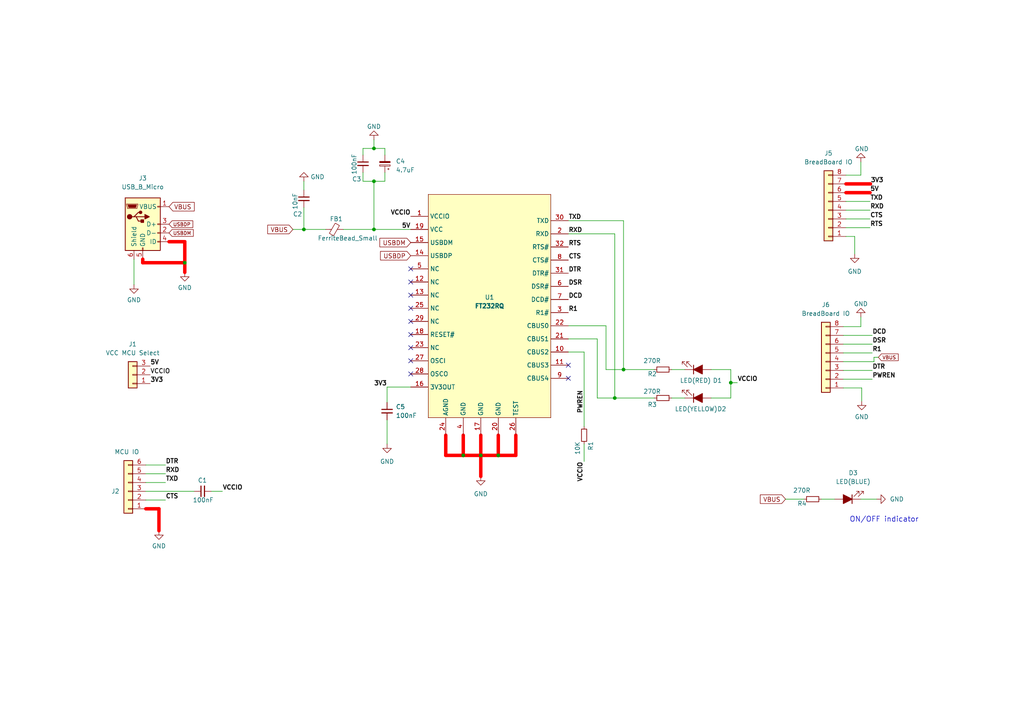
<source format=kicad_sch>
(kicad_sch (version 20211123) (generator eeschema)

  (uuid 3ae9370f-dc38-45a8-8a05-3c5a7986333e)

  (paper "A4")

  (title_block
    (title "FTDI MCU programmer")
    (date "2022-08-07")
    (rev "REV1.0")
  )

  (lib_symbols
    (symbol "Connector:USB_B_Micro" (pin_names (offset 1.016)) (in_bom yes) (on_board yes)
      (property "Reference" "J" (id 0) (at -5.08 11.43 0)
        (effects (font (size 1.27 1.27)) (justify left))
      )
      (property "Value" "USB_B_Micro" (id 1) (at -5.08 8.89 0)
        (effects (font (size 1.27 1.27)) (justify left))
      )
      (property "Footprint" "" (id 2) (at 3.81 -1.27 0)
        (effects (font (size 1.27 1.27)) hide)
      )
      (property "Datasheet" "~" (id 3) (at 3.81 -1.27 0)
        (effects (font (size 1.27 1.27)) hide)
      )
      (property "ki_keywords" "connector USB micro" (id 4) (at 0 0 0)
        (effects (font (size 1.27 1.27)) hide)
      )
      (property "ki_description" "USB Micro Type B connector" (id 5) (at 0 0 0)
        (effects (font (size 1.27 1.27)) hide)
      )
      (property "ki_fp_filters" "USB*" (id 6) (at 0 0 0)
        (effects (font (size 1.27 1.27)) hide)
      )
      (symbol "USB_B_Micro_0_1"
        (rectangle (start -5.08 -7.62) (end 5.08 7.62)
          (stroke (width 0.254) (type default) (color 0 0 0 0))
          (fill (type background))
        )
        (circle (center -3.81 2.159) (radius 0.635)
          (stroke (width 0.254) (type default) (color 0 0 0 0))
          (fill (type outline))
        )
        (circle (center -0.635 3.429) (radius 0.381)
          (stroke (width 0.254) (type default) (color 0 0 0 0))
          (fill (type outline))
        )
        (rectangle (start -0.127 -7.62) (end 0.127 -6.858)
          (stroke (width 0) (type default) (color 0 0 0 0))
          (fill (type none))
        )
        (polyline
          (pts
            (xy -1.905 2.159)
            (xy 0.635 2.159)
          )
          (stroke (width 0.254) (type default) (color 0 0 0 0))
          (fill (type none))
        )
        (polyline
          (pts
            (xy -3.175 2.159)
            (xy -2.54 2.159)
            (xy -1.27 3.429)
            (xy -0.635 3.429)
          )
          (stroke (width 0.254) (type default) (color 0 0 0 0))
          (fill (type none))
        )
        (polyline
          (pts
            (xy -2.54 2.159)
            (xy -1.905 2.159)
            (xy -1.27 0.889)
            (xy 0 0.889)
          )
          (stroke (width 0.254) (type default) (color 0 0 0 0))
          (fill (type none))
        )
        (polyline
          (pts
            (xy 0.635 2.794)
            (xy 0.635 1.524)
            (xy 1.905 2.159)
            (xy 0.635 2.794)
          )
          (stroke (width 0.254) (type default) (color 0 0 0 0))
          (fill (type outline))
        )
        (polyline
          (pts
            (xy -4.318 5.588)
            (xy -1.778 5.588)
            (xy -2.032 4.826)
            (xy -4.064 4.826)
            (xy -4.318 5.588)
          )
          (stroke (width 0) (type default) (color 0 0 0 0))
          (fill (type outline))
        )
        (polyline
          (pts
            (xy -4.699 5.842)
            (xy -4.699 5.588)
            (xy -4.445 4.826)
            (xy -4.445 4.572)
            (xy -1.651 4.572)
            (xy -1.651 4.826)
            (xy -1.397 5.588)
            (xy -1.397 5.842)
            (xy -4.699 5.842)
          )
          (stroke (width 0) (type default) (color 0 0 0 0))
          (fill (type none))
        )
        (rectangle (start 0.254 1.27) (end -0.508 0.508)
          (stroke (width 0.254) (type default) (color 0 0 0 0))
          (fill (type outline))
        )
        (rectangle (start 5.08 -5.207) (end 4.318 -4.953)
          (stroke (width 0) (type default) (color 0 0 0 0))
          (fill (type none))
        )
        (rectangle (start 5.08 -2.667) (end 4.318 -2.413)
          (stroke (width 0) (type default) (color 0 0 0 0))
          (fill (type none))
        )
        (rectangle (start 5.08 -0.127) (end 4.318 0.127)
          (stroke (width 0) (type default) (color 0 0 0 0))
          (fill (type none))
        )
        (rectangle (start 5.08 4.953) (end 4.318 5.207)
          (stroke (width 0) (type default) (color 0 0 0 0))
          (fill (type none))
        )
      )
      (symbol "USB_B_Micro_1_1"
        (pin power_out line (at 7.62 5.08 180) (length 2.54)
          (name "VBUS" (effects (font (size 1.27 1.27))))
          (number "1" (effects (font (size 1.27 1.27))))
        )
        (pin bidirectional line (at 7.62 -2.54 180) (length 2.54)
          (name "D-" (effects (font (size 1.27 1.27))))
          (number "2" (effects (font (size 1.27 1.27))))
        )
        (pin bidirectional line (at 7.62 0 180) (length 2.54)
          (name "D+" (effects (font (size 1.27 1.27))))
          (number "3" (effects (font (size 1.27 1.27))))
        )
        (pin passive line (at 7.62 -5.08 180) (length 2.54)
          (name "ID" (effects (font (size 1.27 1.27))))
          (number "4" (effects (font (size 1.27 1.27))))
        )
        (pin power_out line (at 0 -10.16 90) (length 2.54)
          (name "GND" (effects (font (size 1.27 1.27))))
          (number "5" (effects (font (size 1.27 1.27))))
        )
        (pin passive line (at -2.54 -10.16 90) (length 2.54)
          (name "Shield" (effects (font (size 1.27 1.27))))
          (number "6" (effects (font (size 1.27 1.27))))
        )
      )
    )
    (symbol "Connector_Generic:Conn_01x03" (pin_names (offset 1.016) hide) (in_bom yes) (on_board yes)
      (property "Reference" "J" (id 0) (at 0 5.08 0)
        (effects (font (size 1.27 1.27)))
      )
      (property "Value" "Conn_01x03" (id 1) (at 0 -5.08 0)
        (effects (font (size 1.27 1.27)))
      )
      (property "Footprint" "" (id 2) (at 0 0 0)
        (effects (font (size 1.27 1.27)) hide)
      )
      (property "Datasheet" "~" (id 3) (at 0 0 0)
        (effects (font (size 1.27 1.27)) hide)
      )
      (property "ki_keywords" "connector" (id 4) (at 0 0 0)
        (effects (font (size 1.27 1.27)) hide)
      )
      (property "ki_description" "Generic connector, single row, 01x03, script generated (kicad-library-utils/schlib/autogen/connector/)" (id 5) (at 0 0 0)
        (effects (font (size 1.27 1.27)) hide)
      )
      (property "ki_fp_filters" "Connector*:*_1x??_*" (id 6) (at 0 0 0)
        (effects (font (size 1.27 1.27)) hide)
      )
      (symbol "Conn_01x03_1_1"
        (rectangle (start -1.27 -2.413) (end 0 -2.667)
          (stroke (width 0.1524) (type default) (color 0 0 0 0))
          (fill (type none))
        )
        (rectangle (start -1.27 0.127) (end 0 -0.127)
          (stroke (width 0.1524) (type default) (color 0 0 0 0))
          (fill (type none))
        )
        (rectangle (start -1.27 2.667) (end 0 2.413)
          (stroke (width 0.1524) (type default) (color 0 0 0 0))
          (fill (type none))
        )
        (rectangle (start -1.27 3.81) (end 1.27 -3.81)
          (stroke (width 0.254) (type default) (color 0 0 0 0))
          (fill (type background))
        )
        (pin passive line (at -5.08 2.54 0) (length 3.81)
          (name "Pin_1" (effects (font (size 1.27 1.27))))
          (number "1" (effects (font (size 1.27 1.27))))
        )
        (pin passive line (at -5.08 0 0) (length 3.81)
          (name "Pin_2" (effects (font (size 1.27 1.27))))
          (number "2" (effects (font (size 1.27 1.27))))
        )
        (pin passive line (at -5.08 -2.54 0) (length 3.81)
          (name "Pin_3" (effects (font (size 1.27 1.27))))
          (number "3" (effects (font (size 1.27 1.27))))
        )
      )
    )
    (symbol "Connector_Generic:Conn_01x06" (pin_names (offset 1.016) hide) (in_bom yes) (on_board yes)
      (property "Reference" "J" (id 0) (at 0 7.62 0)
        (effects (font (size 1.27 1.27)))
      )
      (property "Value" "Conn_01x06" (id 1) (at 0 -10.16 0)
        (effects (font (size 1.27 1.27)))
      )
      (property "Footprint" "" (id 2) (at 0 0 0)
        (effects (font (size 1.27 1.27)) hide)
      )
      (property "Datasheet" "~" (id 3) (at 0 0 0)
        (effects (font (size 1.27 1.27)) hide)
      )
      (property "ki_keywords" "connector" (id 4) (at 0 0 0)
        (effects (font (size 1.27 1.27)) hide)
      )
      (property "ki_description" "Generic connector, single row, 01x06, script generated (kicad-library-utils/schlib/autogen/connector/)" (id 5) (at 0 0 0)
        (effects (font (size 1.27 1.27)) hide)
      )
      (property "ki_fp_filters" "Connector*:*_1x??_*" (id 6) (at 0 0 0)
        (effects (font (size 1.27 1.27)) hide)
      )
      (symbol "Conn_01x06_1_1"
        (rectangle (start -1.27 -7.493) (end 0 -7.747)
          (stroke (width 0.1524) (type default) (color 0 0 0 0))
          (fill (type none))
        )
        (rectangle (start -1.27 -4.953) (end 0 -5.207)
          (stroke (width 0.1524) (type default) (color 0 0 0 0))
          (fill (type none))
        )
        (rectangle (start -1.27 -2.413) (end 0 -2.667)
          (stroke (width 0.1524) (type default) (color 0 0 0 0))
          (fill (type none))
        )
        (rectangle (start -1.27 0.127) (end 0 -0.127)
          (stroke (width 0.1524) (type default) (color 0 0 0 0))
          (fill (type none))
        )
        (rectangle (start -1.27 2.667) (end 0 2.413)
          (stroke (width 0.1524) (type default) (color 0 0 0 0))
          (fill (type none))
        )
        (rectangle (start -1.27 5.207) (end 0 4.953)
          (stroke (width 0.1524) (type default) (color 0 0 0 0))
          (fill (type none))
        )
        (rectangle (start -1.27 6.35) (end 1.27 -8.89)
          (stroke (width 0.254) (type default) (color 0 0 0 0))
          (fill (type background))
        )
        (pin passive line (at -5.08 5.08 0) (length 3.81)
          (name "Pin_1" (effects (font (size 1.27 1.27))))
          (number "1" (effects (font (size 1.27 1.27))))
        )
        (pin passive line (at -5.08 2.54 0) (length 3.81)
          (name "Pin_2" (effects (font (size 1.27 1.27))))
          (number "2" (effects (font (size 1.27 1.27))))
        )
        (pin passive line (at -5.08 0 0) (length 3.81)
          (name "Pin_3" (effects (font (size 1.27 1.27))))
          (number "3" (effects (font (size 1.27 1.27))))
        )
        (pin passive line (at -5.08 -2.54 0) (length 3.81)
          (name "Pin_4" (effects (font (size 1.27 1.27))))
          (number "4" (effects (font (size 1.27 1.27))))
        )
        (pin passive line (at -5.08 -5.08 0) (length 3.81)
          (name "Pin_5" (effects (font (size 1.27 1.27))))
          (number "5" (effects (font (size 1.27 1.27))))
        )
        (pin passive line (at -5.08 -7.62 0) (length 3.81)
          (name "Pin_6" (effects (font (size 1.27 1.27))))
          (number "6" (effects (font (size 1.27 1.27))))
        )
      )
    )
    (symbol "Connector_Generic:Conn_01x08" (pin_names (offset 1.016) hide) (in_bom yes) (on_board yes)
      (property "Reference" "J" (id 0) (at 0 10.16 0)
        (effects (font (size 1.27 1.27)))
      )
      (property "Value" "Conn_01x08" (id 1) (at 0 -12.7 0)
        (effects (font (size 1.27 1.27)))
      )
      (property "Footprint" "" (id 2) (at 0 0 0)
        (effects (font (size 1.27 1.27)) hide)
      )
      (property "Datasheet" "~" (id 3) (at 0 0 0)
        (effects (font (size 1.27 1.27)) hide)
      )
      (property "ki_keywords" "connector" (id 4) (at 0 0 0)
        (effects (font (size 1.27 1.27)) hide)
      )
      (property "ki_description" "Generic connector, single row, 01x08, script generated (kicad-library-utils/schlib/autogen/connector/)" (id 5) (at 0 0 0)
        (effects (font (size 1.27 1.27)) hide)
      )
      (property "ki_fp_filters" "Connector*:*_1x??_*" (id 6) (at 0 0 0)
        (effects (font (size 1.27 1.27)) hide)
      )
      (symbol "Conn_01x08_1_1"
        (rectangle (start -1.27 -10.033) (end 0 -10.287)
          (stroke (width 0.1524) (type default) (color 0 0 0 0))
          (fill (type none))
        )
        (rectangle (start -1.27 -7.493) (end 0 -7.747)
          (stroke (width 0.1524) (type default) (color 0 0 0 0))
          (fill (type none))
        )
        (rectangle (start -1.27 -4.953) (end 0 -5.207)
          (stroke (width 0.1524) (type default) (color 0 0 0 0))
          (fill (type none))
        )
        (rectangle (start -1.27 -2.413) (end 0 -2.667)
          (stroke (width 0.1524) (type default) (color 0 0 0 0))
          (fill (type none))
        )
        (rectangle (start -1.27 0.127) (end 0 -0.127)
          (stroke (width 0.1524) (type default) (color 0 0 0 0))
          (fill (type none))
        )
        (rectangle (start -1.27 2.667) (end 0 2.413)
          (stroke (width 0.1524) (type default) (color 0 0 0 0))
          (fill (type none))
        )
        (rectangle (start -1.27 5.207) (end 0 4.953)
          (stroke (width 0.1524) (type default) (color 0 0 0 0))
          (fill (type none))
        )
        (rectangle (start -1.27 7.747) (end 0 7.493)
          (stroke (width 0.1524) (type default) (color 0 0 0 0))
          (fill (type none))
        )
        (rectangle (start -1.27 8.89) (end 1.27 -11.43)
          (stroke (width 0.254) (type default) (color 0 0 0 0))
          (fill (type background))
        )
        (pin passive line (at -5.08 7.62 0) (length 3.81)
          (name "Pin_1" (effects (font (size 1.27 1.27))))
          (number "1" (effects (font (size 1.27 1.27))))
        )
        (pin passive line (at -5.08 5.08 0) (length 3.81)
          (name "Pin_2" (effects (font (size 1.27 1.27))))
          (number "2" (effects (font (size 1.27 1.27))))
        )
        (pin passive line (at -5.08 2.54 0) (length 3.81)
          (name "Pin_3" (effects (font (size 1.27 1.27))))
          (number "3" (effects (font (size 1.27 1.27))))
        )
        (pin passive line (at -5.08 0 0) (length 3.81)
          (name "Pin_4" (effects (font (size 1.27 1.27))))
          (number "4" (effects (font (size 1.27 1.27))))
        )
        (pin passive line (at -5.08 -2.54 0) (length 3.81)
          (name "Pin_5" (effects (font (size 1.27 1.27))))
          (number "5" (effects (font (size 1.27 1.27))))
        )
        (pin passive line (at -5.08 -5.08 0) (length 3.81)
          (name "Pin_6" (effects (font (size 1.27 1.27))))
          (number "6" (effects (font (size 1.27 1.27))))
        )
        (pin passive line (at -5.08 -7.62 0) (length 3.81)
          (name "Pin_7" (effects (font (size 1.27 1.27))))
          (number "7" (effects (font (size 1.27 1.27))))
        )
        (pin passive line (at -5.08 -10.16 0) (length 3.81)
          (name "Pin_8" (effects (font (size 1.27 1.27))))
          (number "8" (effects (font (size 1.27 1.27))))
        )
      )
    )
    (symbol "Device:C_Polarized_Small" (pin_numbers hide) (pin_names (offset 0.254) hide) (in_bom yes) (on_board yes)
      (property "Reference" "C" (id 0) (at 0.254 1.778 0)
        (effects (font (size 1.27 1.27)) (justify left))
      )
      (property "Value" "C_Polarized_Small" (id 1) (at 0.254 -2.032 0)
        (effects (font (size 1.27 1.27)) (justify left))
      )
      (property "Footprint" "" (id 2) (at 0 0 0)
        (effects (font (size 1.27 1.27)) hide)
      )
      (property "Datasheet" "~" (id 3) (at 0 0 0)
        (effects (font (size 1.27 1.27)) hide)
      )
      (property "ki_keywords" "cap capacitor" (id 4) (at 0 0 0)
        (effects (font (size 1.27 1.27)) hide)
      )
      (property "ki_description" "Polarized capacitor, small symbol" (id 5) (at 0 0 0)
        (effects (font (size 1.27 1.27)) hide)
      )
      (property "ki_fp_filters" "CP_*" (id 6) (at 0 0 0)
        (effects (font (size 1.27 1.27)) hide)
      )
      (symbol "C_Polarized_Small_0_1"
        (rectangle (start -1.524 -0.3048) (end 1.524 -0.6858)
          (stroke (width 0) (type default) (color 0 0 0 0))
          (fill (type outline))
        )
        (rectangle (start -1.524 0.6858) (end 1.524 0.3048)
          (stroke (width 0) (type default) (color 0 0 0 0))
          (fill (type none))
        )
        (polyline
          (pts
            (xy -1.27 1.524)
            (xy -0.762 1.524)
          )
          (stroke (width 0) (type default) (color 0 0 0 0))
          (fill (type none))
        )
        (polyline
          (pts
            (xy -1.016 1.27)
            (xy -1.016 1.778)
          )
          (stroke (width 0) (type default) (color 0 0 0 0))
          (fill (type none))
        )
      )
      (symbol "C_Polarized_Small_1_1"
        (pin passive line (at 0 2.54 270) (length 1.8542)
          (name "~" (effects (font (size 1.27 1.27))))
          (number "1" (effects (font (size 1.27 1.27))))
        )
        (pin passive line (at 0 -2.54 90) (length 1.8542)
          (name "~" (effects (font (size 1.27 1.27))))
          (number "2" (effects (font (size 1.27 1.27))))
        )
      )
    )
    (symbol "Device:C_Small" (pin_numbers hide) (pin_names (offset 0.254) hide) (in_bom yes) (on_board yes)
      (property "Reference" "C" (id 0) (at 0.254 1.778 0)
        (effects (font (size 1.27 1.27)) (justify left))
      )
      (property "Value" "C_Small" (id 1) (at 0.254 -2.032 0)
        (effects (font (size 1.27 1.27)) (justify left))
      )
      (property "Footprint" "" (id 2) (at 0 0 0)
        (effects (font (size 1.27 1.27)) hide)
      )
      (property "Datasheet" "~" (id 3) (at 0 0 0)
        (effects (font (size 1.27 1.27)) hide)
      )
      (property "ki_keywords" "capacitor cap" (id 4) (at 0 0 0)
        (effects (font (size 1.27 1.27)) hide)
      )
      (property "ki_description" "Unpolarized capacitor, small symbol" (id 5) (at 0 0 0)
        (effects (font (size 1.27 1.27)) hide)
      )
      (property "ki_fp_filters" "C_*" (id 6) (at 0 0 0)
        (effects (font (size 1.27 1.27)) hide)
      )
      (symbol "C_Small_0_1"
        (polyline
          (pts
            (xy -1.524 -0.508)
            (xy 1.524 -0.508)
          )
          (stroke (width 0.3302) (type default) (color 0 0 0 0))
          (fill (type none))
        )
        (polyline
          (pts
            (xy -1.524 0.508)
            (xy 1.524 0.508)
          )
          (stroke (width 0.3048) (type default) (color 0 0 0 0))
          (fill (type none))
        )
      )
      (symbol "C_Small_1_1"
        (pin passive line (at 0 2.54 270) (length 2.032)
          (name "~" (effects (font (size 1.27 1.27))))
          (number "1" (effects (font (size 1.27 1.27))))
        )
        (pin passive line (at 0 -2.54 90) (length 2.032)
          (name "~" (effects (font (size 1.27 1.27))))
          (number "2" (effects (font (size 1.27 1.27))))
        )
      )
    )
    (symbol "Device:FerriteBead_Small" (pin_numbers hide) (pin_names (offset 0)) (in_bom yes) (on_board yes)
      (property "Reference" "FB" (id 0) (at 1.905 1.27 0)
        (effects (font (size 1.27 1.27)) (justify left))
      )
      (property "Value" "FerriteBead_Small" (id 1) (at 1.905 -1.27 0)
        (effects (font (size 1.27 1.27)) (justify left))
      )
      (property "Footprint" "" (id 2) (at -1.778 0 90)
        (effects (font (size 1.27 1.27)) hide)
      )
      (property "Datasheet" "~" (id 3) (at 0 0 0)
        (effects (font (size 1.27 1.27)) hide)
      )
      (property "ki_keywords" "L ferrite bead inductor filter" (id 4) (at 0 0 0)
        (effects (font (size 1.27 1.27)) hide)
      )
      (property "ki_description" "Ferrite bead, small symbol" (id 5) (at 0 0 0)
        (effects (font (size 1.27 1.27)) hide)
      )
      (property "ki_fp_filters" "Inductor_* L_* *Ferrite*" (id 6) (at 0 0 0)
        (effects (font (size 1.27 1.27)) hide)
      )
      (symbol "FerriteBead_Small_0_1"
        (polyline
          (pts
            (xy 0 -1.27)
            (xy 0 -0.7874)
          )
          (stroke (width 0) (type default) (color 0 0 0 0))
          (fill (type none))
        )
        (polyline
          (pts
            (xy 0 0.889)
            (xy 0 1.2954)
          )
          (stroke (width 0) (type default) (color 0 0 0 0))
          (fill (type none))
        )
        (polyline
          (pts
            (xy -1.8288 0.2794)
            (xy -1.1176 1.4986)
            (xy 1.8288 -0.2032)
            (xy 1.1176 -1.4224)
            (xy -1.8288 0.2794)
          )
          (stroke (width 0) (type default) (color 0 0 0 0))
          (fill (type none))
        )
      )
      (symbol "FerriteBead_Small_1_1"
        (pin passive line (at 0 2.54 270) (length 1.27)
          (name "~" (effects (font (size 1.27 1.27))))
          (number "1" (effects (font (size 1.27 1.27))))
        )
        (pin passive line (at 0 -2.54 90) (length 1.27)
          (name "~" (effects (font (size 1.27 1.27))))
          (number "2" (effects (font (size 1.27 1.27))))
        )
      )
    )
    (symbol "Device:LED_Filled" (pin_numbers hide) (pin_names (offset 1.016) hide) (in_bom yes) (on_board yes)
      (property "Reference" "D" (id 0) (at 0 2.54 0)
        (effects (font (size 1.27 1.27)))
      )
      (property "Value" "LED_Filled" (id 1) (at 0 -2.54 0)
        (effects (font (size 1.27 1.27)))
      )
      (property "Footprint" "" (id 2) (at 0 0 0)
        (effects (font (size 1.27 1.27)) hide)
      )
      (property "Datasheet" "~" (id 3) (at 0 0 0)
        (effects (font (size 1.27 1.27)) hide)
      )
      (property "ki_keywords" "LED diode" (id 4) (at 0 0 0)
        (effects (font (size 1.27 1.27)) hide)
      )
      (property "ki_description" "Light emitting diode, filled shape" (id 5) (at 0 0 0)
        (effects (font (size 1.27 1.27)) hide)
      )
      (property "ki_fp_filters" "LED* LED_SMD:* LED_THT:*" (id 6) (at 0 0 0)
        (effects (font (size 1.27 1.27)) hide)
      )
      (symbol "LED_Filled_0_1"
        (polyline
          (pts
            (xy -1.27 -1.27)
            (xy -1.27 1.27)
          )
          (stroke (width 0.254) (type default) (color 0 0 0 0))
          (fill (type none))
        )
        (polyline
          (pts
            (xy -1.27 0)
            (xy 1.27 0)
          )
          (stroke (width 0) (type default) (color 0 0 0 0))
          (fill (type none))
        )
        (polyline
          (pts
            (xy 1.27 -1.27)
            (xy 1.27 1.27)
            (xy -1.27 0)
            (xy 1.27 -1.27)
          )
          (stroke (width 0.254) (type default) (color 0 0 0 0))
          (fill (type outline))
        )
        (polyline
          (pts
            (xy -3.048 -0.762)
            (xy -4.572 -2.286)
            (xy -3.81 -2.286)
            (xy -4.572 -2.286)
            (xy -4.572 -1.524)
          )
          (stroke (width 0) (type default) (color 0 0 0 0))
          (fill (type none))
        )
        (polyline
          (pts
            (xy -1.778 -0.762)
            (xy -3.302 -2.286)
            (xy -2.54 -2.286)
            (xy -3.302 -2.286)
            (xy -3.302 -1.524)
          )
          (stroke (width 0) (type default) (color 0 0 0 0))
          (fill (type none))
        )
      )
      (symbol "LED_Filled_1_1"
        (pin passive line (at -3.81 0 0) (length 2.54)
          (name "K" (effects (font (size 1.27 1.27))))
          (number "1" (effects (font (size 1.27 1.27))))
        )
        (pin passive line (at 3.81 0 180) (length 2.54)
          (name "A" (effects (font (size 1.27 1.27))))
          (number "2" (effects (font (size 1.27 1.27))))
        )
      )
    )
    (symbol "Device:R_Small" (pin_numbers hide) (pin_names (offset 0.254) hide) (in_bom yes) (on_board yes)
      (property "Reference" "R" (id 0) (at 0.762 0.508 0)
        (effects (font (size 1.27 1.27)) (justify left))
      )
      (property "Value" "R_Small" (id 1) (at 0.762 -1.016 0)
        (effects (font (size 1.27 1.27)) (justify left))
      )
      (property "Footprint" "" (id 2) (at 0 0 0)
        (effects (font (size 1.27 1.27)) hide)
      )
      (property "Datasheet" "~" (id 3) (at 0 0 0)
        (effects (font (size 1.27 1.27)) hide)
      )
      (property "ki_keywords" "R resistor" (id 4) (at 0 0 0)
        (effects (font (size 1.27 1.27)) hide)
      )
      (property "ki_description" "Resistor, small symbol" (id 5) (at 0 0 0)
        (effects (font (size 1.27 1.27)) hide)
      )
      (property "ki_fp_filters" "R_*" (id 6) (at 0 0 0)
        (effects (font (size 1.27 1.27)) hide)
      )
      (symbol "R_Small_0_1"
        (rectangle (start -0.762 1.778) (end 0.762 -1.778)
          (stroke (width 0.2032) (type default) (color 0 0 0 0))
          (fill (type none))
        )
      )
      (symbol "R_Small_1_1"
        (pin passive line (at 0 2.54 270) (length 0.762)
          (name "~" (effects (font (size 1.27 1.27))))
          (number "1" (effects (font (size 1.27 1.27))))
        )
        (pin passive line (at 0 -2.54 90) (length 0.762)
          (name "~" (effects (font (size 1.27 1.27))))
          (number "2" (effects (font (size 1.27 1.27))))
        )
      )
    )
    (symbol "FT232R:FT232RQ" (in_bom yes) (on_board yes)
      (property "Reference" "U" (id 0) (at 3.81 2.54 0)
        (effects (font (size 1.27 1.27)))
      )
      (property "Value" "FT232RQ" (id 1) (at 3.81 -6.35 0)
        (effects (font (size 1.27 1.27) bold))
      )
      (property "Footprint" "" (id 2) (at -6.35 11.43 0)
        (effects (font (size 1.27 1.27)) hide)
      )
      (property "Datasheet" "" (id 3) (at -6.35 11.43 0)
        (effects (font (size 1.27 1.27)) hide)
      )
      (symbol "FT232RQ_0_1"
        (rectangle (start -13.97 27.94) (end 21.59 -36.83)
          (stroke (width 0) (type default) (color 0 0 0 0))
          (fill (type background))
        )
      )
      (symbol "FT232RQ_1_1"
        (pin bidirectional line (at -19.05 21.59 0) (length 5.08)
          (name "VCCIO" (effects (font (size 1.27 1.27))))
          (number "1" (effects (font (size 1.27 1.27))))
        )
        (pin bidirectional line (at 26.67 -17.78 180) (length 5.08)
          (name "CBUS2" (effects (font (size 1.27 1.27))))
          (number "10" (effects (font (size 1.27 1.27))))
        )
        (pin bidirectional line (at 26.67 -21.59 180) (length 5.08)
          (name "CBUS3" (effects (font (size 1.27 1.27))))
          (number "11" (effects (font (size 1.27 1.27))))
        )
        (pin bidirectional line (at -19.05 2.54 0) (length 5.08)
          (name "NC" (effects (font (size 1.27 1.27))))
          (number "12" (effects (font (size 1.27 1.27))))
        )
        (pin bidirectional line (at -19.05 -1.27 0) (length 5.08)
          (name "NC" (effects (font (size 1.27 1.27))))
          (number "13" (effects (font (size 1.27 1.27))))
        )
        (pin bidirectional line (at -19.05 10.16 0) (length 5.08)
          (name "USBDP" (effects (font (size 1.27 1.27))))
          (number "14" (effects (font (size 1.27 1.27))))
        )
        (pin bidirectional line (at -19.05 13.97 0) (length 5.08)
          (name "USBDM" (effects (font (size 1.27 1.27))))
          (number "15" (effects (font (size 1.27 1.27))))
        )
        (pin bidirectional line (at -19.05 -27.94 0) (length 5.08)
          (name "3V3OUT" (effects (font (size 1.27 1.27))))
          (number "16" (effects (font (size 1.27 1.27))))
        )
        (pin power_in line (at 1.27 -41.91 90) (length 5.08)
          (name "GND" (effects (font (size 1.27 1.27))))
          (number "17" (effects (font (size 1.27 1.27))))
        )
        (pin bidirectional line (at -19.05 -12.7 0) (length 5.08)
          (name "RESET#" (effects (font (size 1.27 1.27))))
          (number "18" (effects (font (size 1.27 1.27))))
        )
        (pin bidirectional line (at -19.05 17.78 0) (length 5.08)
          (name "VCC" (effects (font (size 1.27 1.27))))
          (number "19" (effects (font (size 1.27 1.27))))
        )
        (pin bidirectional line (at 26.67 16.51 180) (length 5.08)
          (name "RXD" (effects (font (size 1.27 1.27))))
          (number "2" (effects (font (size 1.27 1.27))))
        )
        (pin power_in line (at 6.35 -41.91 90) (length 5.08)
          (name "GND" (effects (font (size 1.27 1.27))))
          (number "20" (effects (font (size 1.27 1.27))))
        )
        (pin bidirectional line (at 26.67 -13.97 180) (length 5.08)
          (name "CBUS1" (effects (font (size 1.27 1.27))))
          (number "21" (effects (font (size 1.27 1.27))))
        )
        (pin bidirectional line (at 26.67 -10.16 180) (length 5.08)
          (name "CBUS0" (effects (font (size 1.27 1.27))))
          (number "22" (effects (font (size 1.27 1.27))))
        )
        (pin bidirectional line (at -19.05 -16.51 0) (length 5.08)
          (name "NC" (effects (font (size 1.27 1.27))))
          (number "23" (effects (font (size 1.27 1.27))))
        )
        (pin power_in line (at -8.89 -41.91 90) (length 5.08)
          (name "AGND" (effects (font (size 1.27 1.27))))
          (number "24" (effects (font (size 1.27 1.27))))
        )
        (pin bidirectional line (at -19.05 -5.08 0) (length 5.08)
          (name "NC" (effects (font (size 1.27 1.27))))
          (number "25" (effects (font (size 1.27 1.27))))
        )
        (pin input line (at 11.43 -41.91 90) (length 5.08)
          (name "TEST" (effects (font (size 1.27 1.27))))
          (number "26" (effects (font (size 1.27 1.27))))
        )
        (pin bidirectional line (at -19.05 -20.32 0) (length 5.08)
          (name "OSCI" (effects (font (size 1.27 1.27))))
          (number "27" (effects (font (size 1.27 1.27))))
        )
        (pin bidirectional line (at -19.05 -24.13 0) (length 5.08)
          (name "OSCO" (effects (font (size 1.27 1.27))))
          (number "28" (effects (font (size 1.27 1.27))))
        )
        (pin bidirectional line (at -19.05 -8.89 0) (length 5.08)
          (name "NC" (effects (font (size 1.27 1.27))))
          (number "29" (effects (font (size 1.27 1.27))))
        )
        (pin bidirectional line (at 26.67 -6.35 180) (length 5.08)
          (name "R1#" (effects (font (size 1.27 1.27))))
          (number "3" (effects (font (size 1.27 1.27))))
        )
        (pin bidirectional line (at 26.67 20.32 180) (length 5.08)
          (name "TXD" (effects (font (size 1.27 1.27))))
          (number "30" (effects (font (size 1.27 1.27))))
        )
        (pin bidirectional line (at 26.67 5.08 180) (length 5.08)
          (name "DTR#" (effects (font (size 1.27 1.27))))
          (number "31" (effects (font (size 1.27 1.27))))
        )
        (pin bidirectional line (at 26.67 12.7 180) (length 5.08)
          (name "RTS#" (effects (font (size 1.27 1.27))))
          (number "32" (effects (font (size 1.27 1.27))))
        )
        (pin power_in line (at -3.81 -41.91 90) (length 5.08)
          (name "GND" (effects (font (size 1.27 1.27))))
          (number "4" (effects (font (size 1.27 1.27))))
        )
        (pin bidirectional line (at -19.05 6.35 0) (length 5.08)
          (name "NC" (effects (font (size 1.27 1.27))))
          (number "5" (effects (font (size 1.27 1.27))))
        )
        (pin bidirectional line (at 26.67 1.27 180) (length 5.08)
          (name "DSR#" (effects (font (size 1.27 1.27))))
          (number "6" (effects (font (size 1.27 1.27))))
        )
        (pin bidirectional line (at 26.67 -2.54 180) (length 5.08)
          (name "DCD#" (effects (font (size 1.27 1.27))))
          (number "7" (effects (font (size 1.27 1.27))))
        )
        (pin bidirectional line (at 26.67 8.89 180) (length 5.08)
          (name "CTS#" (effects (font (size 1.27 1.27))))
          (number "8" (effects (font (size 1.27 1.27))))
        )
        (pin bidirectional line (at 26.67 -25.4 180) (length 5.08)
          (name "CBUS4" (effects (font (size 1.27 1.27))))
          (number "9" (effects (font (size 1.27 1.27))))
        )
      )
    )
    (symbol "power:GND" (power) (pin_names (offset 0)) (in_bom yes) (on_board yes)
      (property "Reference" "#PWR" (id 0) (at 0 -6.35 0)
        (effects (font (size 1.27 1.27)) hide)
      )
      (property "Value" "GND" (id 1) (at 0 -3.81 0)
        (effects (font (size 1.27 1.27)))
      )
      (property "Footprint" "" (id 2) (at 0 0 0)
        (effects (font (size 1.27 1.27)) hide)
      )
      (property "Datasheet" "" (id 3) (at 0 0 0)
        (effects (font (size 1.27 1.27)) hide)
      )
      (property "ki_keywords" "power-flag" (id 4) (at 0 0 0)
        (effects (font (size 1.27 1.27)) hide)
      )
      (property "ki_description" "Power symbol creates a global label with name \"GND\" , ground" (id 5) (at 0 0 0)
        (effects (font (size 1.27 1.27)) hide)
      )
      (symbol "GND_0_1"
        (polyline
          (pts
            (xy 0 0)
            (xy 0 -1.27)
            (xy 1.27 -1.27)
            (xy 0 -2.54)
            (xy -1.27 -1.27)
            (xy 0 -1.27)
          )
          (stroke (width 0) (type default) (color 0 0 0 0))
          (fill (type none))
        )
      )
      (symbol "GND_1_1"
        (pin power_in line (at 0 0 270) (length 0) hide
          (name "GND" (effects (font (size 1.27 1.27))))
          (number "1" (effects (font (size 1.27 1.27))))
        )
      )
    )
  )

  (junction (at 180.848 107.188) (diameter 0) (color 0 0 0 0)
    (uuid 21774213-2e50-4d09-896c-c8a82ee0ac66)
  )
  (junction (at 134.366 132.08) (diameter 0) (color 0 0 0 0)
    (uuid 27da3c86-21aa-41ec-bf53-e775b1310d0d)
  )
  (junction (at 108.458 52.578) (diameter 0) (color 0 0 0 0)
    (uuid 80f74f8d-0b86-4167-9418-211e5622d5a3)
  )
  (junction (at 144.526 132.08) (diameter 0) (color 0 0 0 0)
    (uuid 831a6900-8f7d-4d8f-9f0a-27878047921f)
  )
  (junction (at 211.963 110.998) (diameter 0) (color 0 0 0 0)
    (uuid 8b5f6f9e-a30a-4bf0-b8d0-a72215378554)
  )
  (junction (at 88.138 66.548) (diameter 0) (color 0 0 0 0)
    (uuid 8f548e94-50ce-419e-b57a-a63347eadf74)
  )
  (junction (at 108.458 43.053) (diameter 0) (color 0 0 0 0)
    (uuid d0f59278-0e34-4a86-a100-c3a06dab0c32)
  )
  (junction (at 108.458 66.548) (diameter 0) (color 0 0 0 0)
    (uuid deaf285a-3b6c-46f8-9968-5c5881b6026d)
  )
  (junction (at 139.446 132.08) (diameter 0) (color 0 0 0 0)
    (uuid f17e682f-ae40-4e73-b44e-8a13de0a5c02)
  )
  (junction (at 178.308 115.443) (diameter 0) (color 0 0 0 0)
    (uuid f1ea9eb2-5e2c-4fe7-8b90-ca71b8a187d8)
  )
  (junction (at 53.594 76.2) (diameter 0) (color 0 0 0 0)
    (uuid f4e859d8-e8c3-4dec-b056-52b5c4372656)
  )

  (no_connect (at 164.846 105.918) (uuid 346725ad-5732-44e0-b725-e69890a30886))
  (no_connect (at 164.846 109.728) (uuid 8aaddb08-889b-49f5-8fa5-7388c4396b66))
  (no_connect (at 119.126 81.788) (uuid a791193b-e666-4121-99a0-09bc9e43c8c2))
  (no_connect (at 119.126 85.598) (uuid a791193b-e666-4121-99a0-09bc9e43c8c3))
  (no_connect (at 119.126 89.408) (uuid a791193b-e666-4121-99a0-09bc9e43c8c4))
  (no_connect (at 119.126 93.218) (uuid a791193b-e666-4121-99a0-09bc9e43c8c5))
  (no_connect (at 119.126 97.028) (uuid a791193b-e666-4121-99a0-09bc9e43c8c6))
  (no_connect (at 119.126 100.838) (uuid a791193b-e666-4121-99a0-09bc9e43c8c7))
  (no_connect (at 119.126 104.648) (uuid a791193b-e666-4121-99a0-09bc9e43c8c8))
  (no_connect (at 119.126 108.458) (uuid a791193b-e666-4121-99a0-09bc9e43c8c9))
  (no_connect (at 119.126 77.978) (uuid b8ea07cf-2e6d-4c7f-a39f-935641e3c19c))

  (wire (pts (xy 173.228 98.298) (xy 173.228 115.443))
    (stroke (width 0) (type default) (color 0 0 0 0))
    (uuid 014202cc-05a7-41a8-a954-0d1cb480ba3d)
  )
  (wire (pts (xy 249.682 144.78) (xy 254.254 144.78))
    (stroke (width 0) (type default) (color 0 0 0 0))
    (uuid 0198aa87-4b50-40a7-bd6e-1c20e4cec234)
  )
  (wire (pts (xy 175.768 107.188) (xy 180.848 107.188))
    (stroke (width 0) (type default) (color 0 0 0 0))
    (uuid 02440930-f256-4722-9279-f3dca283b206)
  )
  (wire (pts (xy 164.846 64.008) (xy 180.848 64.008))
    (stroke (width 0) (type default) (color 0 0 0 0))
    (uuid 0b1a3c26-c9a6-4871-a1ee-ddc353c0c521)
  )
  (wire (pts (xy 42.291 137.414) (xy 48.006 137.414))
    (stroke (width 0) (type default) (color 0 0 0 0))
    (uuid 1898b25b-f46e-473c-b021-ba9ce7e7c736)
  )
  (wire (pts (xy 42.291 139.954) (xy 48.006 139.954))
    (stroke (width 0) (type default) (color 0 0 0 0))
    (uuid 1c35baa8-95c8-4cd8-a96d-5b1d75d31ec8)
  )
  (wire (pts (xy 149.606 126.238) (xy 149.606 132.08))
    (stroke (width 1) (type default) (color 255 0 0 1))
    (uuid 1f130e4d-6626-4a3e-bd61-90bd753edab9)
  )
  (wire (pts (xy 49.022 70.104) (xy 53.594 70.104))
    (stroke (width 1) (type default) (color 255 0 0 1))
    (uuid 2014a73c-749d-4809-b768-0d6ab81e7efd)
  )
  (wire (pts (xy 41.402 75.184) (xy 41.402 76.2))
    (stroke (width 1) (type default) (color 255 0 0 1))
    (uuid 20cf28e4-9547-49e4-a97f-5a139a1e593a)
  )
  (wire (pts (xy 129.286 132.08) (xy 134.366 132.08))
    (stroke (width 1) (type default) (color 255 0 0 1))
    (uuid 26b79d34-2427-4fba-b5e0-2c32a2f088b2)
  )
  (wire (pts (xy 178.308 115.443) (xy 189.738 115.443))
    (stroke (width 0) (type default) (color 0 0 0 0))
    (uuid 29c371c9-efcc-4dba-b8a0-95c970cd5376)
  )
  (wire (pts (xy 194.818 115.443) (xy 198.628 115.443))
    (stroke (width 0) (type default) (color 0 0 0 0))
    (uuid 2e1b087b-d2c9-4e85-9344-2590058f7c4f)
  )
  (wire (pts (xy 108.458 40.513) (xy 108.458 43.053))
    (stroke (width 0) (type default) (color 0 0 0 0))
    (uuid 2f3aebfe-f7ad-43c3-96e0-3b10515f3f53)
  )
  (wire (pts (xy 245.364 66.04) (xy 252.349 66.04))
    (stroke (width 0) (type default) (color 0 0 0 0))
    (uuid 31396db8-687a-46ae-b129-2f9d1e161085)
  )
  (wire (pts (xy 245.364 68.58) (xy 247.904 68.58))
    (stroke (width 0) (type default) (color 0 0 0 0))
    (uuid 322ca80f-9928-4d03-b08a-8de3544c8cdc)
  )
  (wire (pts (xy 61.341 142.494) (xy 64.516 142.494))
    (stroke (width 0) (type default) (color 0 0 0 0))
    (uuid 33799e48-3df9-47a8-81fa-a65ced1b4289)
  )
  (wire (pts (xy 249.682 91.948) (xy 249.682 94.742))
    (stroke (width 0) (type default) (color 0 0 0 0))
    (uuid 33de7d6d-97c9-4397-b79e-d59af2922690)
  )
  (wire (pts (xy 244.602 102.362) (xy 252.984 102.362))
    (stroke (width 0) (type default) (color 0 0 0 0))
    (uuid 36a5977d-f186-447d-b740-cbf0ed0e3966)
  )
  (wire (pts (xy 249.936 112.522) (xy 249.936 116.332))
    (stroke (width 0) (type default) (color 0 0 0 0))
    (uuid 3b7daf44-3365-4f2d-975c-64b90ef6af19)
  )
  (wire (pts (xy 42.291 142.494) (xy 56.261 142.494))
    (stroke (width 0) (type default) (color 0 0 0 0))
    (uuid 3d7a19fb-d9f6-4262-95f8-2613f530ddc5)
  )
  (wire (pts (xy 206.248 107.188) (xy 211.963 107.188))
    (stroke (width 0) (type default) (color 0 0 0 0))
    (uuid 45deb89a-ce2b-4de8-bd59-051583d48880)
  )
  (wire (pts (xy 108.458 52.578) (xy 111.633 52.578))
    (stroke (width 0) (type default) (color 0 0 0 0))
    (uuid 46314c0b-081c-4cb7-a5f0-a5e6055b8f58)
  )
  (wire (pts (xy 244.602 109.982) (xy 252.984 109.982))
    (stroke (width 0) (type default) (color 0 0 0 0))
    (uuid 47dd5394-3c3a-464e-8402-13d5b42899a6)
  )
  (wire (pts (xy 169.418 102.108) (xy 169.418 123.698))
    (stroke (width 0) (type default) (color 0 0 0 0))
    (uuid 492b1e5c-1f3f-41ba-8e2c-7bd41e0912b3)
  )
  (wire (pts (xy 244.602 107.442) (xy 252.984 107.442))
    (stroke (width 0) (type default) (color 0 0 0 0))
    (uuid 49d4a17d-278f-469f-8bdc-7bb09cba3578)
  )
  (wire (pts (xy 105.283 50.038) (xy 105.283 52.578))
    (stroke (width 0) (type default) (color 0 0 0 0))
    (uuid 4e0dd0e3-f32a-4ff7-b5cd-2f877523cc2b)
  )
  (wire (pts (xy 108.458 52.578) (xy 108.458 66.548))
    (stroke (width 0) (type default) (color 0 0 0 0))
    (uuid 4f6e2d91-336c-40b0-a9fa-59445baf5f8d)
  )
  (wire (pts (xy 245.364 50.8) (xy 249.682 50.8))
    (stroke (width 0) (type default) (color 0 0 0 0))
    (uuid 546cb711-2ec2-42e0-8886-9008113cb1a7)
  )
  (wire (pts (xy 129.286 126.238) (xy 129.286 132.08))
    (stroke (width 1) (type default) (color 255 0 0 1))
    (uuid 579a0acf-3a42-401f-9e8b-8307552a0abe)
  )
  (wire (pts (xy 227.838 144.78) (xy 233.172 144.78))
    (stroke (width 0) (type default) (color 0 0 0 0))
    (uuid 587f0677-052b-4028-b948-a97213b518f6)
  )
  (wire (pts (xy 42.291 145.034) (xy 48.006 145.034))
    (stroke (width 0) (type default) (color 0 0 0 0))
    (uuid 5a1e295b-47e2-4d69-8b96-85e8072d7506)
  )
  (wire (pts (xy 245.364 63.5) (xy 252.349 63.5))
    (stroke (width 0) (type default) (color 0 0 0 0))
    (uuid 5d9af4ff-2786-4206-b2c4-51559db5230b)
  )
  (wire (pts (xy 180.848 107.188) (xy 189.738 107.188))
    (stroke (width 0) (type default) (color 0 0 0 0))
    (uuid 5e6a3eb5-2ba7-4ff6-9063-aa8e69f9632f)
  )
  (wire (pts (xy 111.633 52.578) (xy 111.633 50.038))
    (stroke (width 0) (type default) (color 0 0 0 0))
    (uuid 60650434-131f-4d9e-956a-19aaeb75ce62)
  )
  (wire (pts (xy 253.492 104.902) (xy 253.492 103.632))
    (stroke (width 0) (type default) (color 0 0 0 0))
    (uuid 610576fc-340b-4977-af18-40145443ff1e)
  )
  (wire (pts (xy 111.633 43.053) (xy 111.633 44.958))
    (stroke (width 0) (type default) (color 0 0 0 0))
    (uuid 676648dc-aff3-4c64-9eaa-55fa0afd45c9)
  )
  (wire (pts (xy 139.446 132.08) (xy 144.526 132.08))
    (stroke (width 1) (type default) (color 255 0 0 1))
    (uuid 6ed05cf2-8ce9-4a5c-ba80-478fa97bbb53)
  )
  (wire (pts (xy 46.101 147.574) (xy 46.101 153.924))
    (stroke (width 1) (type default) (color 255 0 0 1))
    (uuid 718add96-90ff-402b-acb1-cb5e532e2aef)
  )
  (wire (pts (xy 139.446 126.238) (xy 139.446 132.08))
    (stroke (width 1) (type default) (color 255 0 0 1))
    (uuid 760a3d49-810a-4a32-983f-f2d2720ac25c)
  )
  (wire (pts (xy 180.848 64.008) (xy 180.848 107.188))
    (stroke (width 0) (type default) (color 0 0 0 0))
    (uuid 7b093367-2466-4755-a4fa-9bae7fa26c68)
  )
  (wire (pts (xy 42.291 147.574) (xy 46.101 147.574))
    (stroke (width 1) (type default) (color 255 0 0 1))
    (uuid 80d3edb1-0666-4066-ac16-c3b266657918)
  )
  (wire (pts (xy 41.402 76.2) (xy 53.594 76.2))
    (stroke (width 1) (type default) (color 255 0 0 1))
    (uuid 81fb3ffd-02ce-4e42-89e9-cc119922e005)
  )
  (wire (pts (xy 244.602 104.902) (xy 253.492 104.902))
    (stroke (width 0) (type default) (color 0 0 0 0))
    (uuid 8b43865e-71ca-4880-9296-f04d1bdce87e)
  )
  (wire (pts (xy 164.846 67.818) (xy 178.308 67.818))
    (stroke (width 0) (type default) (color 0 0 0 0))
    (uuid 8c8198ec-ddfd-477f-b2b6-47e2c807d5e5)
  )
  (wire (pts (xy 134.366 126.238) (xy 134.366 132.08))
    (stroke (width 1) (type default) (color 255 0 0 1))
    (uuid 8d1deb9f-5b06-4fd7-9784-33ad84d2eceb)
  )
  (wire (pts (xy 244.602 112.522) (xy 249.936 112.522))
    (stroke (width 0) (type default) (color 0 0 0 0))
    (uuid 8e6ca837-87aa-4327-a13a-c90bcaf6973a)
  )
  (wire (pts (xy 253.492 103.632) (xy 254.762 103.632))
    (stroke (width 0) (type default) (color 0 0 0 0))
    (uuid 8fbdfef9-3e77-4532-864b-557d7cad0d76)
  )
  (wire (pts (xy 238.252 144.78) (xy 242.062 144.78))
    (stroke (width 0) (type default) (color 0 0 0 0))
    (uuid 9497db3d-2602-461a-b479-7e7399098229)
  )
  (wire (pts (xy 164.846 102.108) (xy 169.418 102.108))
    (stroke (width 0) (type default) (color 0 0 0 0))
    (uuid 95643aae-0209-453f-bc98-de1981fc58e7)
  )
  (wire (pts (xy 38.862 75.184) (xy 38.862 82.55))
    (stroke (width 0) (type default) (color 0 0 0 0))
    (uuid 96b915f1-766d-4919-a70a-af86fb8658af)
  )
  (wire (pts (xy 211.963 115.443) (xy 206.248 115.443))
    (stroke (width 0) (type default) (color 0 0 0 0))
    (uuid 98b698d4-3ce9-49fb-b6b5-4585d0b7a848)
  )
  (wire (pts (xy 53.594 70.104) (xy 53.594 76.2))
    (stroke (width 1) (type default) (color 255 0 0 1))
    (uuid 994a2cd2-6648-40c5-b2e4-56363b23f951)
  )
  (wire (pts (xy 149.606 132.08) (xy 144.526 132.08))
    (stroke (width 1) (type default) (color 255 0 0 1))
    (uuid 9c4495ad-4db1-491d-9906-54b796f8ad74)
  )
  (wire (pts (xy 211.963 107.188) (xy 211.963 110.998))
    (stroke (width 0) (type default) (color 0 0 0 0))
    (uuid 9f6b88d9-fe55-4615-88d1-c780149a0757)
  )
  (wire (pts (xy 112.268 121.793) (xy 112.268 128.778))
    (stroke (width 0) (type default) (color 0 0 0 0))
    (uuid a1bd05be-13e4-4e50-9963-4cfe73a34c70)
  )
  (wire (pts (xy 53.594 76.2) (xy 53.594 78.994))
    (stroke (width 1) (type default) (color 255 0 0 1))
    (uuid a1ea7cae-58cc-4b5d-9c39-a0d61b7c2b30)
  )
  (wire (pts (xy 249.682 46.99) (xy 249.682 50.8))
    (stroke (width 0) (type default) (color 0 0 0 0))
    (uuid a4020fd7-ad5f-4e5f-b6db-21f0dea7bd97)
  )
  (wire (pts (xy 84.963 66.548) (xy 88.138 66.548))
    (stroke (width 0) (type default) (color 0 0 0 0))
    (uuid a836d82c-85a2-4566-ba69-dd78e406f022)
  )
  (wire (pts (xy 173.228 115.443) (xy 178.308 115.443))
    (stroke (width 0) (type default) (color 0 0 0 0))
    (uuid ab0b76c3-f6a4-476b-a2fc-701efeee1469)
  )
  (wire (pts (xy 244.602 94.742) (xy 249.682 94.742))
    (stroke (width 0) (type default) (color 0 0 0 0))
    (uuid acaf0bc1-0fed-456c-b56b-9671dea9f307)
  )
  (wire (pts (xy 245.364 60.96) (xy 252.349 60.96))
    (stroke (width 0) (type default) (color 0 0 0 0))
    (uuid ad3f14b2-41ac-49ad-a077-1946df5d8c82)
  )
  (wire (pts (xy 105.283 52.578) (xy 108.458 52.578))
    (stroke (width 0) (type default) (color 0 0 0 0))
    (uuid b0e5cec3-207c-487a-8c16-01f9d2cc2653)
  )
  (wire (pts (xy 175.768 94.488) (xy 175.768 107.188))
    (stroke (width 0) (type default) (color 0 0 0 0))
    (uuid b0ee009c-2e15-4484-8bc8-6201346eea37)
  )
  (wire (pts (xy 139.446 132.08) (xy 139.446 138.176))
    (stroke (width 1) (type default) (color 255 0 0 1))
    (uuid b4328498-7641-4a0d-94af-9a0dbc69264b)
  )
  (wire (pts (xy 88.138 60.198) (xy 88.138 66.548))
    (stroke (width 0) (type default) (color 0 0 0 0))
    (uuid b5a5ed9e-7bae-4249-ac54-f2c09f9623fa)
  )
  (wire (pts (xy 99.568 66.548) (xy 108.458 66.548))
    (stroke (width 0) (type default) (color 0 0 0 0))
    (uuid b6d64d37-f0de-498d-aa35-4e51a9182821)
  )
  (wire (pts (xy 105.283 43.053) (xy 108.458 43.053))
    (stroke (width 0) (type default) (color 0 0 0 0))
    (uuid b782c4cc-b495-4b78-a8d6-62389c3e6c7f)
  )
  (wire (pts (xy 169.418 128.778) (xy 169.418 133.858))
    (stroke (width 0) (type default) (color 0 0 0 0))
    (uuid b85f9a4b-7730-4edc-8887-0fb43eb625b2)
  )
  (wire (pts (xy 119.126 112.268) (xy 112.268 112.268))
    (stroke (width 0) (type default) (color 0 0 0 0))
    (uuid ba79f392-b6a0-4fa4-b440-b8d5ddce443f)
  )
  (wire (pts (xy 88.138 66.548) (xy 94.488 66.548))
    (stroke (width 0) (type default) (color 0 0 0 0))
    (uuid c156e4d9-3ab0-4d86-ba21-b7d6f9c6c613)
  )
  (wire (pts (xy 105.283 44.958) (xy 105.283 43.053))
    (stroke (width 0) (type default) (color 0 0 0 0))
    (uuid c2e7c8c7-dad9-4019-94c5-3d336bd5f57d)
  )
  (wire (pts (xy 108.458 43.053) (xy 111.633 43.053))
    (stroke (width 0) (type default) (color 0 0 0 0))
    (uuid c35ddd7f-b2b8-4034-8e42-71122a6ead77)
  )
  (wire (pts (xy 112.268 112.268) (xy 112.268 116.713))
    (stroke (width 0) (type default) (color 0 0 0 0))
    (uuid c8982409-1b06-43c8-9719-3dee0740631e)
  )
  (wire (pts (xy 247.904 68.58) (xy 247.904 73.66))
    (stroke (width 0) (type default) (color 0 0 0 0))
    (uuid c9d08506-3fa9-4414-aeaf-f6b2a2c7553f)
  )
  (wire (pts (xy 88.138 52.578) (xy 88.138 55.118))
    (stroke (width 0) (type default) (color 0 0 0 0))
    (uuid d1fe0a7b-3277-4d8f-baa1-a7445fae0d56)
  )
  (wire (pts (xy 178.308 67.818) (xy 178.308 115.443))
    (stroke (width 0) (type default) (color 0 0 0 0))
    (uuid d21596d8-6b63-44a5-86d7-1ce7d3c08e19)
  )
  (wire (pts (xy 245.364 58.42) (xy 252.349 58.42))
    (stroke (width 0) (type default) (color 0 0 0 0))
    (uuid d8b8f4a8-73c9-4449-bb31-cb887916294b)
  )
  (wire (pts (xy 245.364 55.88) (xy 252.349 55.88))
    (stroke (width 1) (type default) (color 255 0 0 1))
    (uuid e0a817fa-5d3b-4cf3-82ab-bc0d0e71dd50)
  )
  (wire (pts (xy 244.602 97.282) (xy 252.984 97.282))
    (stroke (width 0) (type default) (color 0 0 0 0))
    (uuid e5641ab4-9299-4ccb-aee5-5174a2b559c8)
  )
  (wire (pts (xy 194.818 107.188) (xy 198.628 107.188))
    (stroke (width 0) (type default) (color 0 0 0 0))
    (uuid e78a5679-c6b5-4ea6-b923-98a9a5e7dcad)
  )
  (wire (pts (xy 164.846 94.488) (xy 175.768 94.488))
    (stroke (width 0) (type default) (color 0 0 0 0))
    (uuid e812e29b-ad11-4278-8ade-9c69af200622)
  )
  (wire (pts (xy 245.364 53.34) (xy 252.476 53.34))
    (stroke (width 1) (type default) (color 255 0 0 1))
    (uuid e8fc5399-6312-4e8a-8d6d-f7f769eeace3)
  )
  (wire (pts (xy 42.291 134.874) (xy 48.006 134.874))
    (stroke (width 0) (type default) (color 0 0 0 0))
    (uuid e96b98f5-2c16-4d9f-ba86-a30ee048e57c)
  )
  (wire (pts (xy 244.602 99.822) (xy 252.984 99.822))
    (stroke (width 0) (type default) (color 0 0 0 0))
    (uuid ea421a73-6c36-46e6-b772-d5b8b24f7f91)
  )
  (wire (pts (xy 164.846 98.298) (xy 173.228 98.298))
    (stroke (width 0) (type default) (color 0 0 0 0))
    (uuid ea9ac83d-6040-49cb-be53-fdbf61e93ee0)
  )
  (wire (pts (xy 134.366 132.08) (xy 139.446 132.08))
    (stroke (width 1) (type default) (color 255 0 0 1))
    (uuid f25bada7-6b14-4da2-9b73-b0f5b05426aa)
  )
  (wire (pts (xy 211.963 110.998) (xy 211.963 115.443))
    (stroke (width 0) (type default) (color 0 0 0 0))
    (uuid f8f58d38-4779-44cc-b04e-30b678dc2691)
  )
  (wire (pts (xy 144.526 126.238) (xy 144.526 132.08))
    (stroke (width 1) (type default) (color 255 0 0 1))
    (uuid f9e5e07d-4297-4011-b2c5-1b8a56d436c7)
  )
  (wire (pts (xy 211.963 110.998) (xy 213.868 110.998))
    (stroke (width 0) (type default) (color 0 0 0 0))
    (uuid fa223abd-f6ad-491e-9726-26d1851682fa)
  )
  (wire (pts (xy 108.458 66.548) (xy 119.126 66.548))
    (stroke (width 0) (type default) (color 0 0 0 0))
    (uuid fb137f07-778e-4852-b92d-25850fada467)
  )

  (text "ON/OFF indicator" (at 246.38 151.638 0)
    (effects (font (size 1.5 1.5)) (justify left bottom))
    (uuid 13e369c0-f4fd-4efe-af5f-13a2a65df92c)
  )

  (label "DTR" (at 48.006 134.874 0)
    (effects (font (size 1.27 1.27) bold) (justify left bottom))
    (uuid 028eaff7-24c9-40f4-a357-237f337050af)
  )
  (label "3V3" (at 43.561 111.252 0)
    (effects (font (size 1.27 1.27) (thickness 0.254) bold) (justify left bottom))
    (uuid 02be36a5-c09e-49c2-9bd4-3d83d137d9b2)
  )
  (label "VCCIO" (at 119.126 62.738 180)
    (effects (font (size 1.27 1.27) bold) (justify right bottom))
    (uuid 0317940b-7fb4-4df7-864f-af290e630d4c)
  )
  (label "RTS" (at 252.349 66.04 0)
    (effects (font (size 1.27 1.27) bold) (justify left bottom))
    (uuid 0d2ab596-7353-4e9d-b1c8-cc3334b9d8ce)
  )
  (label "DCD" (at 164.846 86.868 0)
    (effects (font (size 1.27 1.27) bold) (justify left bottom))
    (uuid 0ea4d433-21c0-4deb-aed6-0aafd2f7d336)
  )
  (label "VCCIO" (at 64.516 142.494 0)
    (effects (font (size 1.27 1.27) bold) (justify left bottom))
    (uuid 1a3075c6-4522-485e-b047-c69d37e9ae3b)
  )
  (label "PWREN" (at 252.984 109.982 0)
    (effects (font (size 1.27 1.27) bold) (justify left bottom))
    (uuid 258e4dd4-dc72-44d9-9fed-e83871c558d5)
  )
  (label "DTR" (at 164.846 79.248 0)
    (effects (font (size 1.27 1.27) bold) (justify left bottom))
    (uuid 29b12375-c7f0-49b3-b131-8b7ac560b3e7)
  )
  (label "TXD" (at 48.006 139.954 0)
    (effects (font (size 1.27 1.27) bold) (justify left bottom))
    (uuid 338f0c52-0092-48e5-948b-9d09e5869e22)
  )
  (label "VCCIO" (at 169.418 133.858 270)
    (effects (font (size 1.27 1.27) bold) (justify right bottom))
    (uuid 37cc467d-aa08-4ff2-9e3c-62b06cf0f679)
  )
  (label "VCCIO" (at 43.561 108.712 0)
    (effects (font (size 1.27 1.27) (thickness 0.2) bold) (justify left bottom))
    (uuid 3c88c103-26d8-4c46-a301-b2651574dfa7)
  )
  (label "5V" (at 252.349 55.88 0)
    (effects (font (size 1.27 1.27) bold) (justify left bottom))
    (uuid 4601fcfa-f21e-45bf-9974-8529facb0a28)
  )
  (label "3V3" (at 112.268 112.268 180)
    (effects (font (size 1.27 1.27) (thickness 0.254) bold) (justify right bottom))
    (uuid 5580072d-ab2c-43c4-9a33-55e109318942)
  )
  (label "RXD" (at 164.846 67.818 0)
    (effects (font (size 1.27 1.27) (thickness 0.254) bold) (justify left bottom))
    (uuid 58f3df93-cb3c-4ba1-be55-c4aec4d77771)
  )
  (label "3V3" (at 252.476 53.34 0)
    (effects (font (size 1.27 1.27) bold) (justify left bottom))
    (uuid 59be893a-e73d-4d7c-a245-1dcf1497aaa5)
  )
  (label "R1" (at 164.846 90.678 0)
    (effects (font (size 1.27 1.27) bold) (justify left bottom))
    (uuid 5be62b47-07d7-42e8-b275-367a89417c7e)
  )
  (label "5V" (at 119.126 66.548 180)
    (effects (font (size 1.27 1.27) bold) (justify right bottom))
    (uuid 64684fbb-c28c-46a8-b1c1-cf96e0ad0add)
  )
  (label "RXD" (at 252.349 60.96 0)
    (effects (font (size 1.27 1.27) bold) (justify left bottom))
    (uuid 67df5468-792e-4c66-a202-1788cb5fb29a)
  )
  (label "TXD" (at 252.349 58.42 0)
    (effects (font (size 1.27 1.27) bold) (justify left bottom))
    (uuid 8102f9e5-f771-49a4-b111-e89583712022)
  )
  (label "CTS" (at 164.846 75.438 0)
    (effects (font (size 1.27 1.27) bold) (justify left bottom))
    (uuid 84ed9b28-b034-41fa-80ac-dd99cf3959e3)
  )
  (label "DSR" (at 252.984 99.822 0)
    (effects (font (size 1.27 1.27) bold) (justify left bottom))
    (uuid 99d24913-6b99-4cea-8774-20d4bfe05674)
  )
  (label "DTR" (at 252.984 107.442 0)
    (effects (font (size 1.27 1.27) bold) (justify left bottom))
    (uuid 9c547353-1db8-4bd8-a9b7-25997c58ef7a)
  )
  (label "CTS" (at 252.349 63.5 0)
    (effects (font (size 1.27 1.27) bold) (justify left bottom))
    (uuid 9da03711-b4db-4a58-865f-c5a416f3c336)
  )
  (label "DSR" (at 164.846 83.058 0)
    (effects (font (size 1.27 1.27) bold) (justify left bottom))
    (uuid a2595b18-8738-454c-8372-ed8fbcddbc36)
  )
  (label "5V" (at 43.561 106.172 0)
    (effects (font (size 1.27 1.27) bold) (justify left bottom))
    (uuid a8f4f758-b3f3-4a62-b2cc-aa646fe74f74)
  )
  (label "PWREN" (at 169.418 119.888 90)
    (effects (font (size 1.27 1.27) bold) (justify left bottom))
    (uuid ac5319a3-0a8f-4e60-8783-7eda4c944ffd)
  )
  (label "TXD" (at 164.846 64.008 0)
    (effects (font (size 1.27 1.27) (thickness 0.254) bold) (justify left bottom))
    (uuid aefe732a-25f4-4f92-b35d-b0af6c285a00)
  )
  (label "DCD" (at 252.984 97.282 0)
    (effects (font (size 1.27 1.27) bold) (justify left bottom))
    (uuid b49c1d79-66f6-4bc6-bb0b-59eddfc30e26)
  )
  (label "VCCIO" (at 213.868 110.998 0)
    (effects (font (size 1.27 1.27) (thickness 0.254) bold) (justify left bottom))
    (uuid b9d2af38-95f5-45af-a644-ec900e4f5157)
  )
  (label "CTS" (at 48.006 145.034 0)
    (effects (font (size 1.27 1.27) bold) (justify left bottom))
    (uuid c1e994cf-3611-4bfa-93b2-547c96c4ccd6)
  )
  (label "RTS" (at 164.846 71.628 0)
    (effects (font (size 1.27 1.27) bold) (justify left bottom))
    (uuid d803bbff-9fc3-4917-ba1b-51124800e13a)
  )
  (label "R1" (at 252.984 102.362 0)
    (effects (font (size 1.27 1.27) bold) (justify left bottom))
    (uuid f2e3c6e6-54d7-49b5-a4ba-bff598cc76ae)
  )
  (label "RXD" (at 48.006 137.414 0)
    (effects (font (size 1.27 1.27) bold) (justify left bottom))
    (uuid fbf45a6d-41f3-4e54-9054-dde5d0d43ac4)
  )

  (global_label "VBUS" (shape input) (at 227.838 144.78 180) (fields_autoplaced)
    (effects (font (size 1.27 1.27)) (justify right))
    (uuid 0e431f63-e569-450c-8766-33bf8109f0bc)
    (property "Intersheet References" "${INTERSHEET_REFS}" (id 0) (at 220.5263 144.7006 0)
      (effects (font (size 1.27 1.27)) (justify right) hide)
    )
  )
  (global_label "VBUS" (shape input) (at 49.022 59.944 0) (fields_autoplaced)
    (effects (font (size 1.27 1.27)) (justify left))
    (uuid 1f33bfed-1a81-4bd2-8861-4f77d0ea5587)
    (property "Intersheet References" "${INTERSHEET_REFS}" (id 0) (at 56.3337 59.8646 0)
      (effects (font (size 1.27 1.27)) (justify left) hide)
    )
  )
  (global_label "USBDP" (shape input) (at 119.126 74.168 180) (fields_autoplaced)
    (effects (font (size 1.27 1.27)) (justify right))
    (uuid 3c7c438d-2e0c-442a-8c9b-38aff7f2b861)
    (property "Intersheet References" "${INTERSHEET_REFS}" (id 0) (at 110.3629 74.0886 0)
      (effects (font (size 1.27 1.27)) (justify right) hide)
    )
  )
  (global_label "VBUS" (shape input) (at 84.963 66.548 180) (fields_autoplaced)
    (effects (font (size 1.27 1.27)) (justify right))
    (uuid 4a478899-b36e-45c8-9926-3e1bc96ee293)
    (property "Intersheet References" "${INTERSHEET_REFS}" (id 0) (at 77.6513 66.4686 0)
      (effects (font (size 1.27 1.27)) (justify right) hide)
    )
  )
  (global_label "USBDM" (shape input) (at 49.022 67.564 0) (fields_autoplaced)
    (effects (font (size 1 1)) (justify left))
    (uuid 58df1987-7b1d-4a7d-bf85-d3f3ef05c55d)
    (property "Intersheet References" "${INTERSHEET_REFS}" (id 0) (at 56.0649 67.5015 0)
      (effects (font (size 1 1)) (justify left) hide)
    )
  )
  (global_label "USBDP" (shape input) (at 49.022 65.024 0) (fields_autoplaced)
    (effects (font (size 1 1)) (justify left))
    (uuid adcc5c7c-5aa9-44af-8365-af5a5e6f562c)
    (property "Intersheet References" "${INTERSHEET_REFS}" (id 0) (at 55.922 64.9615 0)
      (effects (font (size 1 1)) (justify left) hide)
    )
  )
  (global_label "USBDM" (shape input) (at 119.126 70.358 180) (fields_autoplaced)
    (effects (font (size 1.27 1.27)) (justify right))
    (uuid b543df81-09f2-405a-808d-08554636c7d9)
    (property "Intersheet References" "${INTERSHEET_REFS}" (id 0) (at 110.1815 70.2786 0)
      (effects (font (size 1.27 1.27)) (justify right) hide)
    )
  )
  (global_label "VBUS" (shape input) (at 254.762 103.632 0) (fields_autoplaced)
    (effects (font (size 1 1)) (justify left))
    (uuid e8a4fc78-3e23-4d46-ac7d-53bfa8685682)
    (property "Intersheet References" "${INTERSHEET_REFS}" (id 0) (at 260.5191 103.5695 0)
      (effects (font (size 1 1)) (justify left) hide)
    )
  )

  (symbol (lib_id "Device:R_Small") (at 235.712 144.78 270) (unit 1)
    (in_bom yes) (on_board yes)
    (uuid 015997d4-581e-4b0a-a96c-c3687c2f8dd9)
    (property "Reference" "R4" (id 0) (at 231.267 146.05 90)
      (effects (font (size 1.27 1.27)) (justify left))
    )
    (property "Value" "270R" (id 1) (at 229.997 142.24 90)
      (effects (font (size 1.27 1.27)) (justify left))
    )
    (property "Footprint" "Resistor_SMD:R_0603_1608Metric" (id 2) (at 235.712 144.78 0)
      (effects (font (size 1.27 1.27)) hide)
    )
    (property "Datasheet" "~" (id 3) (at 235.712 144.78 0)
      (effects (font (size 1.27 1.27)) hide)
    )
    (pin "1" (uuid e2cfd9df-a691-4042-991a-b87853fa63d3))
    (pin "2" (uuid f02f603c-2d01-4c6e-b521-f44cc83dc108))
  )

  (symbol (lib_id "Device:FerriteBead_Small") (at 97.028 66.548 90) (unit 1)
    (in_bom yes) (on_board yes)
    (uuid 07552294-6fac-4d8a-ba58-c6f7691f7019)
    (property "Reference" "FB1" (id 0) (at 97.536 63.5 90))
    (property "Value" "FerriteBead_Small" (id 1) (at 100.838 69.088 90))
    (property "Footprint" "Inductor_SMD:L_0805_2012Metric" (id 2) (at 97.028 68.326 90)
      (effects (font (size 1.27 1.27)) hide)
    )
    (property "Datasheet" "~" (id 3) (at 97.028 66.548 0)
      (effects (font (size 1.27 1.27)) hide)
    )
    (pin "1" (uuid 82f4852c-7567-42ed-b24f-506c409f1a5b))
    (pin "2" (uuid aa5e6ed4-108e-4adc-bf70-9d6ec8ffeb9f))
  )

  (symbol (lib_id "Device:LED_Filled") (at 202.438 115.443 0) (mirror x) (unit 1)
    (in_bom yes) (on_board yes)
    (uuid 181fe8f1-f625-4319-b791-05e820f8db46)
    (property "Reference" "D2" (id 0) (at 210.693 118.618 0)
      (effects (font (size 1.27 1.27)) (justify right))
    )
    (property "Value" "LED(YELLOW)" (id 1) (at 208.153 118.618 0)
      (effects (font (size 1.27 1.27)) (justify right))
    )
    (property "Footprint" "LED_SMD:LED_0603_1608Metric" (id 2) (at 202.438 115.443 0)
      (effects (font (size 1.27 1.27)) hide)
    )
    (property "Datasheet" "~" (id 3) (at 202.438 115.443 0)
      (effects (font (size 1.27 1.27)) hide)
    )
    (pin "1" (uuid be38e8bf-9a22-464b-9b3d-62c9684b8724))
    (pin "2" (uuid b8d11826-9c89-46e8-97d5-cb840ffbaede))
  )

  (symbol (lib_id "power:GND") (at 254.254 144.78 90) (unit 1)
    (in_bom yes) (on_board yes) (fields_autoplaced)
    (uuid 47442c18-edeb-4500-a1c6-7b0af1a47af6)
    (property "Reference" "#PWR02" (id 0) (at 260.604 144.78 0)
      (effects (font (size 1.27 1.27)) hide)
    )
    (property "Value" "GND" (id 1) (at 258.064 144.7799 90)
      (effects (font (size 1.27 1.27)) (justify right))
    )
    (property "Footprint" "" (id 2) (at 254.254 144.78 0)
      (effects (font (size 1.27 1.27)) hide)
    )
    (property "Datasheet" "" (id 3) (at 254.254 144.78 0)
      (effects (font (size 1.27 1.27)) hide)
    )
    (pin "1" (uuid 9bf0b9e1-2740-4840-9481-46928dae38a4))
  )

  (symbol (lib_id "Device:C_Polarized_Small") (at 111.633 47.498 180) (unit 1)
    (in_bom yes) (on_board yes) (fields_autoplaced)
    (uuid 47d92738-589f-47b9-8ec5-664683670995)
    (property "Reference" "C4" (id 0) (at 114.808 46.774 0)
      (effects (font (size 1.27 1.27)) (justify right))
    )
    (property "Value" "4.7uF" (id 1) (at 114.808 49.314 0)
      (effects (font (size 1.27 1.27)) (justify right))
    )
    (property "Footprint" "Capacitor_Tantalum_SMD:CP_EIA-3216-10_Kemet-I" (id 2) (at 111.633 47.498 0)
      (effects (font (size 1.27 1.27)) hide)
    )
    (property "Datasheet" "~" (id 3) (at 111.633 47.498 0)
      (effects (font (size 1.27 1.27)) hide)
    )
    (pin "1" (uuid b56ef652-09e0-4830-a2e1-d3dca3e714c7))
    (pin "2" (uuid 16c043b7-72b6-4fc3-b0fe-e9281a5d2d1f))
  )

  (symbol (lib_id "Connector:USB_B_Micro") (at 41.402 65.024 0) (unit 1)
    (in_bom yes) (on_board yes) (fields_autoplaced)
    (uuid 4a673a63-9140-4064-83a5-7b0a6767afaf)
    (property "Reference" "J3" (id 0) (at 41.402 51.689 0))
    (property "Value" "USB_B_Micro" (id 1) (at 41.402 54.229 0))
    (property "Footprint" "Footprints:USB_Micro-AB_Molex_47590-0001" (id 2) (at 45.212 66.294 0)
      (effects (font (size 1.27 1.27)) hide)
    )
    (property "Datasheet" "~" (id 3) (at 45.212 66.294 0)
      (effects (font (size 1.27 1.27)) hide)
    )
    (pin "1" (uuid cca36653-e6f8-422e-a966-99e08ffad7b8))
    (pin "2" (uuid 40807e71-0236-47ab-91d6-f8f297e95a78))
    (pin "3" (uuid 23c837ca-c61c-443e-9e04-363a27a0e680))
    (pin "4" (uuid 5c6766e0-5cb0-48a1-865f-fb8b7be1fa09))
    (pin "5" (uuid cbaf4007-37a0-47c7-8de7-e00ee6493aca))
    (pin "6" (uuid 7502a05a-8d4c-4b8d-9b2a-dd2df242e7b0))
  )

  (symbol (lib_id "Connector_Generic:Conn_01x06") (at 37.211 142.494 180) (unit 1)
    (in_bom yes) (on_board yes)
    (uuid 4b8482be-bae7-4e8d-b5b0-e80d7e08d96e)
    (property "Reference" "J2" (id 0) (at 34.671 142.4941 0)
      (effects (font (size 1.27 1.27)) (justify left))
    )
    (property "Value" "MCU IO" (id 1) (at 40.386 131.064 0)
      (effects (font (size 1.27 1.27)) (justify left))
    )
    (property "Footprint" "Footprints:PinHeader_1x06_P2.54mm_Vertical" (id 2) (at 37.211 142.494 0)
      (effects (font (size 1.27 1.27)) hide)
    )
    (property "Datasheet" "~" (id 3) (at 37.211 142.494 0)
      (effects (font (size 1.27 1.27)) hide)
    )
    (pin "1" (uuid 2738070c-4eef-476f-b14a-a4782c8a9e92))
    (pin "2" (uuid ebc089b7-1018-4b19-90c9-c4eb425ab632))
    (pin "3" (uuid 6899c848-2be8-4203-acd1-fbf6fce5c400))
    (pin "4" (uuid c324f933-d4d8-49ee-b1b5-d3a883a2d4b1))
    (pin "5" (uuid 103e4706-ebab-4a55-ab13-1546b51ec2b0))
    (pin "6" (uuid 06184e1a-cf65-414f-af2a-8796f8ed9539))
  )

  (symbol (lib_id "power:GND") (at 53.594 78.994 0) (unit 1)
    (in_bom yes) (on_board yes)
    (uuid 4f7af5fc-712d-4e22-b7f7-8b1d6f19de4d)
    (property "Reference" "#PWR03" (id 0) (at 53.594 85.344 0)
      (effects (font (size 1.27 1.27)) hide)
    )
    (property "Value" "GND" (id 1) (at 53.594 83.439 0))
    (property "Footprint" "" (id 2) (at 53.594 78.994 0)
      (effects (font (size 1.27 1.27)) hide)
    )
    (property "Datasheet" "" (id 3) (at 53.594 78.994 0)
      (effects (font (size 1.27 1.27)) hide)
    )
    (pin "1" (uuid d2a46b10-d1aa-43ba-847e-f966764e548d))
  )

  (symbol (lib_id "power:GND") (at 112.268 128.778 0) (unit 1)
    (in_bom yes) (on_board yes) (fields_autoplaced)
    (uuid 546dd16e-ffcf-4d24-b319-bb6570d9ba86)
    (property "Reference" "#PWR06" (id 0) (at 112.268 135.128 0)
      (effects (font (size 1.27 1.27)) hide)
    )
    (property "Value" "GND" (id 1) (at 112.268 133.858 0))
    (property "Footprint" "" (id 2) (at 112.268 128.778 0)
      (effects (font (size 1.27 1.27)) hide)
    )
    (property "Datasheet" "" (id 3) (at 112.268 128.778 0)
      (effects (font (size 1.27 1.27)) hide)
    )
    (pin "1" (uuid 65fdbf80-e13b-483f-b410-3b2a464ef685))
  )

  (symbol (lib_id "power:GND") (at 249.936 116.332 0) (unit 1)
    (in_bom yes) (on_board yes) (fields_autoplaced)
    (uuid 58633b1b-07f2-40c5-8a5f-60f1b11ad34d)
    (property "Reference" "#PWR011" (id 0) (at 249.936 122.682 0)
      (effects (font (size 1.27 1.27)) hide)
    )
    (property "Value" "GND" (id 1) (at 249.936 120.904 0))
    (property "Footprint" "" (id 2) (at 249.936 116.332 0)
      (effects (font (size 1.27 1.27)) hide)
    )
    (property "Datasheet" "" (id 3) (at 249.936 116.332 0)
      (effects (font (size 1.27 1.27)) hide)
    )
    (pin "1" (uuid 4f2dce3f-3def-4321-aaa7-ef22832e22a7))
  )

  (symbol (lib_id "Device:C_Small") (at 105.283 47.498 0) (unit 1)
    (in_bom yes) (on_board yes)
    (uuid 5e3dbed3-e061-4f5d-91b6-0698510882cd)
    (property "Reference" "C3" (id 0) (at 102.108 51.943 0)
      (effects (font (size 1.27 1.27)) (justify left))
    )
    (property "Value" "100nF" (id 1) (at 102.743 50.673 90)
      (effects (font (size 1.27 1.27)) (justify left))
    )
    (property "Footprint" "Capacitor_SMD:C_0603_1608Metric" (id 2) (at 105.283 47.498 0)
      (effects (font (size 1.27 1.27)) hide)
    )
    (property "Datasheet" "~" (id 3) (at 105.283 47.498 0)
      (effects (font (size 1.27 1.27)) hide)
    )
    (pin "1" (uuid 2ad5242b-61c4-4ec0-b315-40c6d210da86))
    (pin "2" (uuid baeb2f2b-34c9-4f18-8e98-00c08141ef93))
  )

  (symbol (lib_id "Connector_Generic:Conn_01x03") (at 38.481 108.712 180) (unit 1)
    (in_bom yes) (on_board yes) (fields_autoplaced)
    (uuid 679b42b0-cae4-4be9-aa53-3c37f1cdf557)
    (property "Reference" "J1" (id 0) (at 38.481 99.822 0))
    (property "Value" "VCC MCU Select" (id 1) (at 38.481 102.362 0))
    (property "Footprint" "Footprints:PinHeader_1x03_P2.54mm_Vertical" (id 2) (at 38.481 108.712 0)
      (effects (font (size 1.27 1.27)) hide)
    )
    (property "Datasheet" "~" (id 3) (at 38.481 108.712 0)
      (effects (font (size 1.27 1.27)) hide)
    )
    (pin "1" (uuid 97a8d0fe-e312-468e-b687-86601027f913))
    (pin "2" (uuid fd75c9f9-f74d-47e6-a2bd-77316a68fee3))
    (pin "3" (uuid a43f94b8-5a7b-4409-a710-0aec8dc286b2))
  )

  (symbol (lib_id "power:GND") (at 139.446 138.176 0) (unit 1)
    (in_bom yes) (on_board yes) (fields_autoplaced)
    (uuid 814d6c4d-e4e6-45f6-8094-eebe85c81e23)
    (property "Reference" "#PWR07" (id 0) (at 139.446 144.526 0)
      (effects (font (size 1.27 1.27)) hide)
    )
    (property "Value" "GND" (id 1) (at 139.446 143.256 0))
    (property "Footprint" "" (id 2) (at 139.446 138.176 0)
      (effects (font (size 1.27 1.27)) hide)
    )
    (property "Datasheet" "" (id 3) (at 139.446 138.176 0)
      (effects (font (size 1.27 1.27)) hide)
    )
    (pin "1" (uuid 913b6b47-906a-4ae3-a1d0-88c0eef73328))
  )

  (symbol (lib_id "Device:LED_Filled") (at 202.438 107.188 0) (mirror x) (unit 1)
    (in_bom yes) (on_board yes)
    (uuid 87e4e98b-b3f2-42f6-b2e6-fb6d0c13127e)
    (property "Reference" "D1" (id 0) (at 209.423 110.363 0)
      (effects (font (size 1.27 1.27)) (justify right))
    )
    (property "Value" "LED(RED)" (id 1) (at 206.248 110.363 0)
      (effects (font (size 1.27 1.27)) (justify right))
    )
    (property "Footprint" "LED_SMD:LED_0603_1608Metric" (id 2) (at 202.438 107.188 0)
      (effects (font (size 1.27 1.27)) hide)
    )
    (property "Datasheet" "~" (id 3) (at 202.438 107.188 0)
      (effects (font (size 1.27 1.27)) hide)
    )
    (pin "1" (uuid 05e635f9-bc35-4b5c-944e-eba1f01da340))
    (pin "2" (uuid 31075c5f-b13e-4196-8213-820d65a79be9))
  )

  (symbol (lib_id "power:GND") (at 88.138 52.578 180) (unit 1)
    (in_bom yes) (on_board yes) (fields_autoplaced)
    (uuid 8c732743-2f2e-4eb3-9781-240a8a75bcca)
    (property "Reference" "#PWR04" (id 0) (at 88.138 46.228 0)
      (effects (font (size 1.27 1.27)) hide)
    )
    (property "Value" "GND" (id 1) (at 90.043 51.3079 0)
      (effects (font (size 1.27 1.27)) (justify right))
    )
    (property "Footprint" "" (id 2) (at 88.138 52.578 0)
      (effects (font (size 1.27 1.27)) hide)
    )
    (property "Datasheet" "" (id 3) (at 88.138 52.578 0)
      (effects (font (size 1.27 1.27)) hide)
    )
    (pin "1" (uuid 60c301cf-8a12-459e-a778-0aa58b9dcade))
  )

  (symbol (lib_id "Device:R_Small") (at 192.278 107.188 270) (unit 1)
    (in_bom yes) (on_board yes)
    (uuid 8f34e186-abaf-44c7-b214-6dca509b188b)
    (property "Reference" "R2" (id 0) (at 187.833 108.458 90)
      (effects (font (size 1.27 1.27)) (justify left))
    )
    (property "Value" "270R" (id 1) (at 186.563 104.648 90)
      (effects (font (size 1.27 1.27)) (justify left))
    )
    (property "Footprint" "Resistor_SMD:R_0603_1608Metric" (id 2) (at 192.278 107.188 0)
      (effects (font (size 1.27 1.27)) hide)
    )
    (property "Datasheet" "~" (id 3) (at 192.278 107.188 0)
      (effects (font (size 1.27 1.27)) hide)
    )
    (pin "1" (uuid b95035c3-f798-4cf1-a9b5-2f915aeb59c2))
    (pin "2" (uuid bfa6f082-9658-493b-a72a-d43af9ad6657))
  )

  (symbol (lib_id "power:GND") (at 247.904 73.66 0) (unit 1)
    (in_bom yes) (on_board yes) (fields_autoplaced)
    (uuid 983ee1f9-1f15-4b1d-8bf2-d77719eaff94)
    (property "Reference" "#PWR08" (id 0) (at 247.904 80.01 0)
      (effects (font (size 1.27 1.27)) hide)
    )
    (property "Value" "GND" (id 1) (at 247.904 78.74 0))
    (property "Footprint" "" (id 2) (at 247.904 73.66 0)
      (effects (font (size 1.27 1.27)) hide)
    )
    (property "Datasheet" "" (id 3) (at 247.904 73.66 0)
      (effects (font (size 1.27 1.27)) hide)
    )
    (pin "1" (uuid 0379131a-a1bd-4467-b157-f3d950898b7a))
  )

  (symbol (lib_id "Connector_Generic:Conn_01x08") (at 239.522 104.902 180) (unit 1)
    (in_bom yes) (on_board yes) (fields_autoplaced)
    (uuid 9d5b5a6b-cc64-4ccd-a494-27bd29db4d2d)
    (property "Reference" "J6" (id 0) (at 239.522 88.392 0))
    (property "Value" "BreadBoard IO" (id 1) (at 239.522 90.932 0))
    (property "Footprint" "Footprints:PinHeader_1x08_P2.54mm_Vertical" (id 2) (at 239.522 104.902 0)
      (effects (font (size 1.27 1.27)) hide)
    )
    (property "Datasheet" "~" (id 3) (at 239.522 104.902 0)
      (effects (font (size 1.27 1.27)) hide)
    )
    (pin "1" (uuid db7092e6-b91a-444c-a996-fdec0f28abd0))
    (pin "2" (uuid a98d6247-a47b-4ece-a23e-6e24b122c6e5))
    (pin "3" (uuid 0aced065-c0e7-4594-a138-d2e73c808624))
    (pin "4" (uuid 0e5617c4-3acd-482f-bffd-2ce4a9ffd959))
    (pin "5" (uuid f2729f26-2490-4e3f-b344-51b4425844a1))
    (pin "6" (uuid 4426fcc5-b938-486f-8adc-0072b7a0cbce))
    (pin "7" (uuid 43e432ee-0feb-471d-8b13-353672871b9e))
    (pin "8" (uuid c6918f6c-d12e-434a-8009-0ac8ef5be17e))
  )

  (symbol (lib_id "power:GND") (at 249.682 46.99 180) (unit 1)
    (in_bom yes) (on_board yes)
    (uuid 9e7ef152-615d-4df3-81c2-b9e310fb3e4f)
    (property "Reference" "#PWR09" (id 0) (at 249.682 40.64 0)
      (effects (font (size 1.27 1.27)) hide)
    )
    (property "Value" "GND" (id 1) (at 249.936 43.18 0))
    (property "Footprint" "" (id 2) (at 249.682 46.99 0)
      (effects (font (size 1.27 1.27)) hide)
    )
    (property "Datasheet" "" (id 3) (at 249.682 46.99 0)
      (effects (font (size 1.27 1.27)) hide)
    )
    (pin "1" (uuid fb440eba-5bbf-4eac-898f-d5fbadcfea40))
  )

  (symbol (lib_id "power:GND") (at 46.101 153.924 0) (unit 1)
    (in_bom yes) (on_board yes) (fields_autoplaced)
    (uuid a86d715e-c7f0-4650-8dd4-40c53656520f)
    (property "Reference" "#PWR01" (id 0) (at 46.101 160.274 0)
      (effects (font (size 1.27 1.27)) hide)
    )
    (property "Value" "GND" (id 1) (at 46.101 158.369 0))
    (property "Footprint" "" (id 2) (at 46.101 153.924 0)
      (effects (font (size 1.27 1.27)) hide)
    )
    (property "Datasheet" "" (id 3) (at 46.101 153.924 0)
      (effects (font (size 1.27 1.27)) hide)
    )
    (pin "1" (uuid aaa96f57-eb8b-49cb-bfd7-fb9b641a4a48))
  )

  (symbol (lib_id "Device:LED_Filled") (at 245.872 144.78 180) (unit 1)
    (in_bom yes) (on_board yes) (fields_autoplaced)
    (uuid ab7126e8-0537-4b9d-9493-44a43ed20fec)
    (property "Reference" "D3" (id 0) (at 247.4595 137.16 0))
    (property "Value" "LED(BLUE)" (id 1) (at 247.4595 139.7 0))
    (property "Footprint" "LED_SMD:LED_0603_1608Metric" (id 2) (at 245.872 144.78 0)
      (effects (font (size 1.27 1.27)) hide)
    )
    (property "Datasheet" "~" (id 3) (at 245.872 144.78 0)
      (effects (font (size 1.27 1.27)) hide)
    )
    (pin "1" (uuid 29de2a93-d99e-4d83-9602-ed08b5b0f0fd))
    (pin "2" (uuid 97d65f04-69ff-423c-9b1e-55f08a67a6c9))
  )

  (symbol (lib_id "Device:R_Small") (at 169.418 126.238 0) (unit 1)
    (in_bom yes) (on_board yes)
    (uuid b3d8956b-b3f6-400f-8f23-f4dc6206aa19)
    (property "Reference" "R1" (id 0) (at 171.323 130.683 90)
      (effects (font (size 1.27 1.27)) (justify left))
    )
    (property "Value" "10K" (id 1) (at 167.513 131.953 90)
      (effects (font (size 1.27 1.27)) (justify left))
    )
    (property "Footprint" "Resistor_SMD:R_0603_1608Metric" (id 2) (at 169.418 126.238 0)
      (effects (font (size 1.27 1.27)) hide)
    )
    (property "Datasheet" "~" (id 3) (at 169.418 126.238 0)
      (effects (font (size 1.27 1.27)) hide)
    )
    (pin "1" (uuid c487a2f9-1fd7-4694-a564-8eb1d09e8738))
    (pin "2" (uuid 442824bb-2e1c-4bbf-a59f-b5233abc4776))
  )

  (symbol (lib_id "Device:R_Small") (at 192.278 115.443 270) (unit 1)
    (in_bom yes) (on_board yes)
    (uuid b7e59131-fbf6-4810-8b09-36cc7fb770bc)
    (property "Reference" "R3" (id 0) (at 187.833 117.348 90)
      (effects (font (size 1.27 1.27)) (justify left))
    )
    (property "Value" "270R" (id 1) (at 186.563 113.538 90)
      (effects (font (size 1.27 1.27)) (justify left))
    )
    (property "Footprint" "Resistor_SMD:R_0603_1608Metric" (id 2) (at 192.278 115.443 0)
      (effects (font (size 1.27 1.27)) hide)
    )
    (property "Datasheet" "~" (id 3) (at 192.278 115.443 0)
      (effects (font (size 1.27 1.27)) hide)
    )
    (pin "1" (uuid ab159e65-3963-4b68-8ab3-699adf44f8ad))
    (pin "2" (uuid 8fb41e99-fb69-4846-b90c-33bb6fa0dd61))
  )

  (symbol (lib_id "Device:C_Small") (at 88.138 57.658 0) (unit 1)
    (in_bom yes) (on_board yes)
    (uuid b912ecea-eb4f-4401-9aff-151d1b42fa17)
    (property "Reference" "C2" (id 0) (at 84.963 62.103 0)
      (effects (font (size 1.27 1.27)) (justify left))
    )
    (property "Value" "10nF" (id 1) (at 85.598 60.833 90)
      (effects (font (size 1.27 1.27)) (justify left))
    )
    (property "Footprint" "Capacitor_SMD:C_0603_1608Metric" (id 2) (at 88.138 57.658 0)
      (effects (font (size 1.27 1.27)) hide)
    )
    (property "Datasheet" "~" (id 3) (at 88.138 57.658 0)
      (effects (font (size 1.27 1.27)) hide)
    )
    (pin "1" (uuid ef5443cd-0f5d-436c-b8c8-b436f2339218))
    (pin "2" (uuid 2beb368a-a82c-4562-8706-ae7293ca9f6f))
  )

  (symbol (lib_id "FT232R:FT232RQ") (at 138.176 84.328 0) (unit 1)
    (in_bom yes) (on_board yes)
    (uuid bb898706-52e2-4765-9ac9-76923f5567d5)
    (property "Reference" "U1" (id 0) (at 141.986 86.233 0))
    (property "Value" "FT232RQ" (id 1) (at 141.986 88.773 0)
      (effects (font (size 1.27 1.27) bold))
    )
    (property "Footprint" "Package_QFP:LQFP-32_5x5mm_P0.5mm" (id 2) (at 131.826 72.898 0)
      (effects (font (size 1.27 1.27)) hide)
    )
    (property "Datasheet" "" (id 3) (at 131.826 72.898 0)
      (effects (font (size 1.27 1.27)) hide)
    )
    (pin "1" (uuid 8bf1afba-fc5d-481e-85a0-a6f728a2101f))
    (pin "10" (uuid adffd7e1-af7f-49e1-8b8e-045640085a98))
    (pin "11" (uuid 35c10203-b0e4-48d7-8877-fc6c2340ee40))
    (pin "12" (uuid 6f0866ac-2dae-4c93-a527-bdd7ec96a767))
    (pin "13" (uuid 5e7dcc93-7724-4338-9fd0-5efdefb1a772))
    (pin "14" (uuid 3e7eed63-816b-48ba-bf3c-b70e2088668a))
    (pin "15" (uuid e6bedca8-634b-4127-bc8c-51aa41e9dab3))
    (pin "16" (uuid 8776f473-b858-414d-8db6-3f06764ba34a))
    (pin "17" (uuid 6bbccea3-1635-4599-80a3-0fc7220232f2))
    (pin "18" (uuid 90bd5d9d-8234-4c90-aba2-280ab46684b4))
    (pin "19" (uuid 553984f9-a37b-48f8-af00-aca048335d27))
    (pin "2" (uuid 2e210f72-8e65-4588-abcf-161627121259))
    (pin "20" (uuid b546abff-4a84-4f91-9546-844921702892))
    (pin "21" (uuid 4fc7dca8-a9cb-4ceb-abba-fc01e27af1c7))
    (pin "22" (uuid 47a53122-6712-4ba9-9817-6280ebfee88c))
    (pin "23" (uuid dc8bb278-774b-4997-84f7-9bdeeba7b2f3))
    (pin "24" (uuid 76f8e43c-8389-4599-b784-650c052ce25d))
    (pin "25" (uuid fe95479a-b14e-421d-8eb3-67729b1bfef2))
    (pin "26" (uuid 05d8743d-be9c-4cff-b855-adcb247dcfae))
    (pin "27" (uuid 3d6040f0-7a23-4716-8d4b-ec7d73e64c41))
    (pin "28" (uuid 6fbc3367-4dd1-40aa-859a-aeb406b8374e))
    (pin "29" (uuid 02c8d023-dbc6-41c4-be77-2b3439c37644))
    (pin "3" (uuid 146f55d3-abc8-442a-ad05-acc5ad3d6da9))
    (pin "30" (uuid 4a6ccc9d-163c-4d3f-b0a4-3da8dd1806f4))
    (pin "31" (uuid f0dc8003-61ec-419e-94fa-2f4d692b05e6))
    (pin "32" (uuid b4480bb9-5961-418d-aeb2-22fcdaa6c3fa))
    (pin "4" (uuid 39b65377-74a7-4d7a-a8e3-e2919b2245fa))
    (pin "5" (uuid b0341ddd-51f8-47cf-b6a9-96646ab07828))
    (pin "6" (uuid 323c889a-c2e4-49aa-ab35-817025a888ce))
    (pin "7" (uuid 48836380-49b0-48a7-a65e-d9705074692c))
    (pin "8" (uuid 3ba71041-df96-4cba-ab31-bc1bf20db9b9))
    (pin "9" (uuid 9d6081b5-590b-4fc3-be08-37542bc81d57))
  )

  (symbol (lib_id "Device:C_Small") (at 112.268 119.253 0) (unit 1)
    (in_bom yes) (on_board yes) (fields_autoplaced)
    (uuid be191ac9-60c0-4bbc-a4ed-83c9b34ba582)
    (property "Reference" "C5" (id 0) (at 114.808 117.9892 0)
      (effects (font (size 1.27 1.27)) (justify left))
    )
    (property "Value" "100nF" (id 1) (at 114.808 120.5292 0)
      (effects (font (size 1.27 1.27)) (justify left))
    )
    (property "Footprint" "Capacitor_SMD:C_0603_1608Metric" (id 2) (at 112.268 119.253 0)
      (effects (font (size 1.27 1.27)) hide)
    )
    (property "Datasheet" "~" (id 3) (at 112.268 119.253 0)
      (effects (font (size 1.27 1.27)) hide)
    )
    (pin "1" (uuid 04e3d86a-1010-41b5-94e6-0a3001e09dee))
    (pin "2" (uuid 8bb31dce-b435-4924-a790-4b39f52cf0fc))
  )

  (symbol (lib_id "Device:C_Small") (at 58.801 142.494 90) (unit 1)
    (in_bom yes) (on_board yes)
    (uuid d77504ea-88cf-4990-93d0-ce75369bd976)
    (property "Reference" "C1" (id 0) (at 60.071 139.319 90)
      (effects (font (size 1.27 1.27)) (justify left))
    )
    (property "Value" "100nF" (id 1) (at 61.976 145.034 90)
      (effects (font (size 1.27 1.27)) (justify left))
    )
    (property "Footprint" "Capacitor_SMD:C_0603_1608Metric" (id 2) (at 58.801 142.494 0)
      (effects (font (size 1.27 1.27)) hide)
    )
    (property "Datasheet" "~" (id 3) (at 58.801 142.494 0)
      (effects (font (size 1.27 1.27)) hide)
    )
    (pin "1" (uuid a9a076a8-2899-4e95-9354-a6b182f67336))
    (pin "2" (uuid f46a2bea-405f-4f50-9db9-56251177d011))
  )

  (symbol (lib_id "power:GND") (at 38.862 82.55 0) (unit 1)
    (in_bom yes) (on_board yes)
    (uuid e495491f-04e4-439f-8c35-5ab9b2b5a6e4)
    (property "Reference" "#PWR0101" (id 0) (at 38.862 88.9 0)
      (effects (font (size 1.27 1.27)) hide)
    )
    (property "Value" "GND" (id 1) (at 38.862 86.995 0))
    (property "Footprint" "" (id 2) (at 38.862 82.55 0)
      (effects (font (size 1.27 1.27)) hide)
    )
    (property "Datasheet" "" (id 3) (at 38.862 82.55 0)
      (effects (font (size 1.27 1.27)) hide)
    )
    (pin "1" (uuid 483f5436-46e2-40f1-ae3a-abc018bd7f20))
  )

  (symbol (lib_id "Connector_Generic:Conn_01x08") (at 240.284 60.96 180) (unit 1)
    (in_bom yes) (on_board yes) (fields_autoplaced)
    (uuid f8c2284b-d6b2-43ad-8a8b-6107e1eafaa7)
    (property "Reference" "J5" (id 0) (at 240.284 44.45 0))
    (property "Value" "BreadBoard IO" (id 1) (at 240.284 46.99 0))
    (property "Footprint" "Footprints:PinHeader_1x08_P2.54mm_Vertical" (id 2) (at 240.284 60.96 0)
      (effects (font (size 1.27 1.27)) hide)
    )
    (property "Datasheet" "~" (id 3) (at 240.284 60.96 0)
      (effects (font (size 1.27 1.27)) hide)
    )
    (pin "1" (uuid f62df190-6ad3-4b6c-bc5f-28ce00c9f3d9))
    (pin "2" (uuid 0aea0f49-53c2-407b-a16e-871bb29159ec))
    (pin "3" (uuid 9af1b732-3fc1-4ed3-91cd-c478a6be2b64))
    (pin "4" (uuid 3c35160e-e204-4ac4-b83e-c8244c806964))
    (pin "5" (uuid 148b299c-c6d8-4e5e-a8cd-0450074ebdeb))
    (pin "6" (uuid fac1d1bc-03c2-4891-bf28-41291ea178ff))
    (pin "7" (uuid 5821583c-ba41-449f-acab-1e1eb53c8edd))
    (pin "8" (uuid 030f0459-99ea-480d-a5d6-c6a5875a7ded))
  )

  (symbol (lib_id "power:GND") (at 249.682 91.948 180) (unit 1)
    (in_bom yes) (on_board yes)
    (uuid fa356725-58d8-4dc5-8a2d-63d1702aa3f4)
    (property "Reference" "#PWR010" (id 0) (at 249.682 85.598 0)
      (effects (font (size 1.27 1.27)) hide)
    )
    (property "Value" "GND" (id 1) (at 249.682 88.138 0))
    (property "Footprint" "" (id 2) (at 249.682 91.948 0)
      (effects (font (size 1.27 1.27)) hide)
    )
    (property "Datasheet" "" (id 3) (at 249.682 91.948 0)
      (effects (font (size 1.27 1.27)) hide)
    )
    (pin "1" (uuid 183ba7c5-7128-4b22-a3ee-3ae7d7493bb2))
  )

  (symbol (lib_id "power:GND") (at 108.458 40.513 180) (unit 1)
    (in_bom yes) (on_board yes)
    (uuid fbc58eb9-2aaf-444b-8fcb-5f36cc9137e6)
    (property "Reference" "#PWR05" (id 0) (at 108.458 34.163 0)
      (effects (font (size 1.27 1.27)) hide)
    )
    (property "Value" "GND" (id 1) (at 108.458 36.703 0))
    (property "Footprint" "" (id 2) (at 108.458 40.513 0)
      (effects (font (size 1.27 1.27)) hide)
    )
    (property "Datasheet" "" (id 3) (at 108.458 40.513 0)
      (effects (font (size 1.27 1.27)) hide)
    )
    (pin "1" (uuid 3211f54d-cf58-4047-8174-c023fe2575fb))
  )

  (sheet_instances
    (path "/" (page "1"))
  )

  (symbol_instances
    (path "/a86d715e-c7f0-4650-8dd4-40c53656520f"
      (reference "#PWR01") (unit 1) (value "GND") (footprint "")
    )
    (path "/47442c18-edeb-4500-a1c6-7b0af1a47af6"
      (reference "#PWR02") (unit 1) (value "GND") (footprint "")
    )
    (path "/4f7af5fc-712d-4e22-b7f7-8b1d6f19de4d"
      (reference "#PWR03") (unit 1) (value "GND") (footprint "")
    )
    (path "/8c732743-2f2e-4eb3-9781-240a8a75bcca"
      (reference "#PWR04") (unit 1) (value "GND") (footprint "")
    )
    (path "/fbc58eb9-2aaf-444b-8fcb-5f36cc9137e6"
      (reference "#PWR05") (unit 1) (value "GND") (footprint "")
    )
    (path "/546dd16e-ffcf-4d24-b319-bb6570d9ba86"
      (reference "#PWR06") (unit 1) (value "GND") (footprint "")
    )
    (path "/814d6c4d-e4e6-45f6-8094-eebe85c81e23"
      (reference "#PWR07") (unit 1) (value "GND") (footprint "")
    )
    (path "/983ee1f9-1f15-4b1d-8bf2-d77719eaff94"
      (reference "#PWR08") (unit 1) (value "GND") (footprint "")
    )
    (path "/9e7ef152-615d-4df3-81c2-b9e310fb3e4f"
      (reference "#PWR09") (unit 1) (value "GND") (footprint "")
    )
    (path "/fa356725-58d8-4dc5-8a2d-63d1702aa3f4"
      (reference "#PWR010") (unit 1) (value "GND") (footprint "")
    )
    (path "/58633b1b-07f2-40c5-8a5f-60f1b11ad34d"
      (reference "#PWR011") (unit 1) (value "GND") (footprint "")
    )
    (path "/e495491f-04e4-439f-8c35-5ab9b2b5a6e4"
      (reference "#PWR0101") (unit 1) (value "GND") (footprint "")
    )
    (path "/d77504ea-88cf-4990-93d0-ce75369bd976"
      (reference "C1") (unit 1) (value "100nF") (footprint "Capacitor_SMD:C_0603_1608Metric")
    )
    (path "/b912ecea-eb4f-4401-9aff-151d1b42fa17"
      (reference "C2") (unit 1) (value "10nF") (footprint "Capacitor_SMD:C_0603_1608Metric")
    )
    (path "/5e3dbed3-e061-4f5d-91b6-0698510882cd"
      (reference "C3") (unit 1) (value "100nF") (footprint "Capacitor_SMD:C_0603_1608Metric")
    )
    (path "/47d92738-589f-47b9-8ec5-664683670995"
      (reference "C4") (unit 1) (value "4.7uF") (footprint "Capacitor_Tantalum_SMD:CP_EIA-3216-10_Kemet-I")
    )
    (path "/be191ac9-60c0-4bbc-a4ed-83c9b34ba582"
      (reference "C5") (unit 1) (value "100nF") (footprint "Capacitor_SMD:C_0603_1608Metric")
    )
    (path "/87e4e98b-b3f2-42f6-b2e6-fb6d0c13127e"
      (reference "D1") (unit 1) (value "LED(RED)") (footprint "LED_SMD:LED_0603_1608Metric")
    )
    (path "/181fe8f1-f625-4319-b791-05e820f8db46"
      (reference "D2") (unit 1) (value "LED(YELLOW)") (footprint "LED_SMD:LED_0603_1608Metric")
    )
    (path "/ab7126e8-0537-4b9d-9493-44a43ed20fec"
      (reference "D3") (unit 1) (value "LED(BLUE)") (footprint "LED_SMD:LED_0603_1608Metric")
    )
    (path "/07552294-6fac-4d8a-ba58-c6f7691f7019"
      (reference "FB1") (unit 1) (value "FerriteBead_Small") (footprint "Inductor_SMD:L_0805_2012Metric")
    )
    (path "/679b42b0-cae4-4be9-aa53-3c37f1cdf557"
      (reference "J1") (unit 1) (value "VCC MCU Select") (footprint "Footprints:PinHeader_1x03_P2.54mm_Vertical")
    )
    (path "/4b8482be-bae7-4e8d-b5b0-e80d7e08d96e"
      (reference "J2") (unit 1) (value "MCU IO") (footprint "Footprints:PinHeader_1x06_P2.54mm_Vertical")
    )
    (path "/4a673a63-9140-4064-83a5-7b0a6767afaf"
      (reference "J3") (unit 1) (value "USB_B_Micro") (footprint "Footprints:USB_Micro-AB_Molex_47590-0001")
    )
    (path "/f8c2284b-d6b2-43ad-8a8b-6107e1eafaa7"
      (reference "J5") (unit 1) (value "BreadBoard IO") (footprint "Footprints:PinHeader_1x08_P2.54mm_Vertical")
    )
    (path "/9d5b5a6b-cc64-4ccd-a494-27bd29db4d2d"
      (reference "J6") (unit 1) (value "BreadBoard IO") (footprint "Footprints:PinHeader_1x08_P2.54mm_Vertical")
    )
    (path "/b3d8956b-b3f6-400f-8f23-f4dc6206aa19"
      (reference "R1") (unit 1) (value "10K") (footprint "Resistor_SMD:R_0603_1608Metric")
    )
    (path "/8f34e186-abaf-44c7-b214-6dca509b188b"
      (reference "R2") (unit 1) (value "270R") (footprint "Resistor_SMD:R_0603_1608Metric")
    )
    (path "/b7e59131-fbf6-4810-8b09-36cc7fb770bc"
      (reference "R3") (unit 1) (value "270R") (footprint "Resistor_SMD:R_0603_1608Metric")
    )
    (path "/015997d4-581e-4b0a-a96c-c3687c2f8dd9"
      (reference "R4") (unit 1) (value "270R") (footprint "Resistor_SMD:R_0603_1608Metric")
    )
    (path "/bb898706-52e2-4765-9ac9-76923f5567d5"
      (reference "U1") (unit 1) (value "FT232RQ") (footprint "Package_QFP:LQFP-32_5x5mm_P0.5mm")
    )
  )
)

</source>
